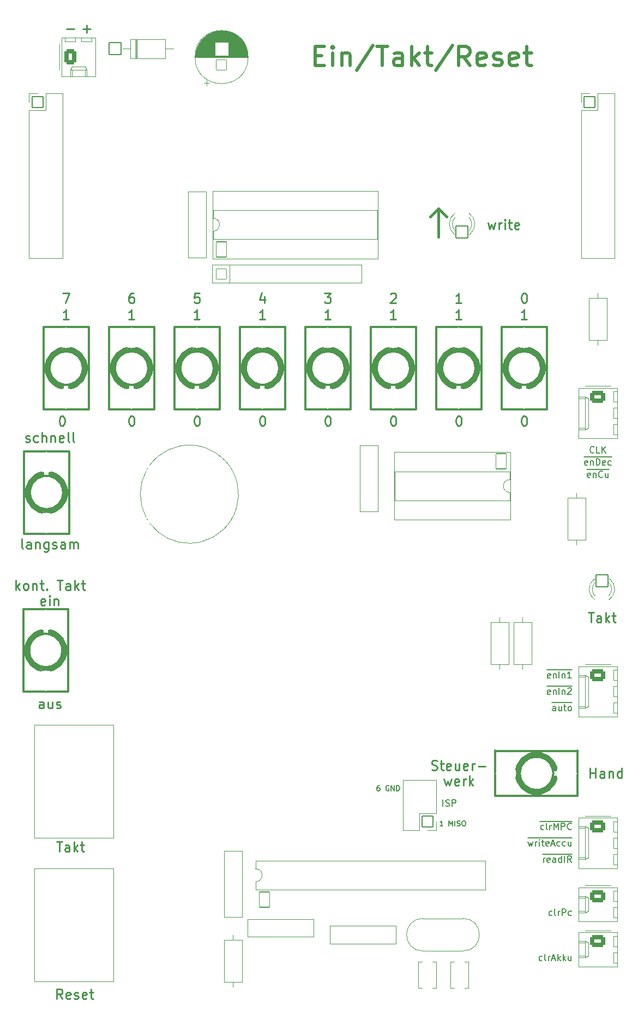
<source format=gto>
G04 #@! TF.GenerationSoftware,KiCad,Pcbnew,7.0.5*
G04 #@! TF.CreationDate,2023-06-10T14:41:30+02:00*
G04 #@! TF.ProjectId,EinTaktReset,45696e54-616b-4745-9265-7365742e6b69,rev?*
G04 #@! TF.SameCoordinates,Original*
G04 #@! TF.FileFunction,Legend,Top*
G04 #@! TF.FilePolarity,Positive*
%FSLAX46Y46*%
G04 Gerber Fmt 4.6, Leading zero omitted, Abs format (unit mm)*
G04 Created by KiCad (PCBNEW 7.0.5) date 2023-06-10 14:41:30*
%MOMM*%
%LPD*%
G01*
G04 APERTURE LIST*
G04 Aperture macros list*
%AMRoundRect*
0 Rectangle with rounded corners*
0 $1 Rounding radius*
0 $2 $3 $4 $5 $6 $7 $8 $9 X,Y pos of 4 corners*
0 Add a 4 corners polygon primitive as box body*
4,1,4,$2,$3,$4,$5,$6,$7,$8,$9,$2,$3,0*
0 Add four circle primitives for the rounded corners*
1,1,$1+$1,$2,$3*
1,1,$1+$1,$4,$5*
1,1,$1+$1,$6,$7*
1,1,$1+$1,$8,$9*
0 Add four rect primitives between the rounded corners*
20,1,$1+$1,$2,$3,$4,$5,0*
20,1,$1+$1,$4,$5,$6,$7,0*
20,1,$1+$1,$6,$7,$8,$9,0*
20,1,$1+$1,$8,$9,$2,$3,0*%
G04 Aperture macros list end*
%ADD10C,0.150000*%
%ADD11C,0.400000*%
%ADD12C,0.170000*%
%ADD13C,0.250000*%
%ADD14C,0.500000*%
%ADD15C,0.120000*%
%ADD16C,0.378460*%
%ADD17C,2.997200*%
%ADD18RoundRect,0.080000X0.800000X-1.200000X0.800000X1.200000X-0.800000X1.200000X-0.800000X-1.200000X0*%
%ADD19O,1.760000X2.560000*%
%ADD20RoundRect,0.080000X-0.800000X-0.800000X0.800000X-0.800000X0.800000X0.800000X-0.800000X0.800000X0*%
%ADD21O,1.760000X1.760000*%
%ADD22C,1.760000*%
%ADD23RoundRect,0.080000X0.900000X-0.900000X0.900000X0.900000X-0.900000X0.900000X-0.900000X-0.900000X0*%
%ADD24C,1.960000*%
%ADD25RoundRect,0.080000X-0.900000X0.900000X-0.900000X-0.900000X0.900000X-0.900000X0.900000X0.900000X0*%
%ADD26C,3.157200*%
%ADD27RoundRect,0.080000X-0.850000X-0.850000X0.850000X-0.850000X0.850000X0.850000X-0.850000X0.850000X0*%
%ADD28O,1.860000X1.860000*%
%ADD29RoundRect,0.080000X0.800000X-0.800000X0.800000X0.800000X-0.800000X0.800000X-0.800000X-0.800000X0*%
%ADD30RoundRect,0.329999X-0.620001X-0.845001X0.620001X-0.845001X0.620001X0.845001X-0.620001X0.845001X0*%
%ADD31O,1.900000X2.350000*%
%ADD32RoundRect,0.329999X-0.845001X0.620001X-0.845001X-0.620001X0.845001X-0.620001X0.845001X0.620001X0*%
%ADD33O,2.350000X1.900000*%
%ADD34C,2.160000*%
%ADD35C,1.260000*%
%ADD36C,3.660000*%
%ADD37RoundRect,0.080000X-0.800000X1.200000X-0.800000X-1.200000X0.800000X-1.200000X0.800000X1.200000X0*%
%ADD38RoundRect,0.080000X-0.900000X-0.900000X0.900000X-0.900000X0.900000X0.900000X-0.900000X0.900000X0*%
%ADD39O,1.960000X1.960000*%
%ADD40RoundRect,0.080000X0.850000X0.850000X-0.850000X0.850000X-0.850000X-0.850000X0.850000X-0.850000X0*%
%ADD41C,1.660000*%
%ADD42C,2.500000*%
G04 APERTURE END LIST*
D10*
X108023207Y-148484295D02*
X107566064Y-148484295D01*
X107794636Y-148484295D02*
X107794636Y-147684295D01*
X107794636Y-147684295D02*
X107718445Y-147798580D01*
X107718445Y-147798580D02*
X107642255Y-147874771D01*
X107642255Y-147874771D02*
X107566064Y-147912866D01*
X108975589Y-148484295D02*
X108975589Y-147684295D01*
X108975589Y-147684295D02*
X109242255Y-148255723D01*
X109242255Y-148255723D02*
X109508922Y-147684295D01*
X109508922Y-147684295D02*
X109508922Y-148484295D01*
X109889875Y-148484295D02*
X109889875Y-147684295D01*
X110232731Y-148446200D02*
X110347017Y-148484295D01*
X110347017Y-148484295D02*
X110537493Y-148484295D01*
X110537493Y-148484295D02*
X110613684Y-148446200D01*
X110613684Y-148446200D02*
X110651779Y-148408104D01*
X110651779Y-148408104D02*
X110689874Y-148331914D01*
X110689874Y-148331914D02*
X110689874Y-148255723D01*
X110689874Y-148255723D02*
X110651779Y-148179533D01*
X110651779Y-148179533D02*
X110613684Y-148141438D01*
X110613684Y-148141438D02*
X110537493Y-148103342D01*
X110537493Y-148103342D02*
X110385112Y-148065247D01*
X110385112Y-148065247D02*
X110308922Y-148027152D01*
X110308922Y-148027152D02*
X110270827Y-147989057D01*
X110270827Y-147989057D02*
X110232731Y-147912866D01*
X110232731Y-147912866D02*
X110232731Y-147836676D01*
X110232731Y-147836676D02*
X110270827Y-147760485D01*
X110270827Y-147760485D02*
X110308922Y-147722390D01*
X110308922Y-147722390D02*
X110385112Y-147684295D01*
X110385112Y-147684295D02*
X110575589Y-147684295D01*
X110575589Y-147684295D02*
X110689874Y-147722390D01*
X111185113Y-147684295D02*
X111337494Y-147684295D01*
X111337494Y-147684295D02*
X111413684Y-147722390D01*
X111413684Y-147722390D02*
X111489875Y-147798580D01*
X111489875Y-147798580D02*
X111527970Y-147950961D01*
X111527970Y-147950961D02*
X111527970Y-148217628D01*
X111527970Y-148217628D02*
X111489875Y-148370009D01*
X111489875Y-148370009D02*
X111413684Y-148446200D01*
X111413684Y-148446200D02*
X111337494Y-148484295D01*
X111337494Y-148484295D02*
X111185113Y-148484295D01*
X111185113Y-148484295D02*
X111108922Y-148446200D01*
X111108922Y-148446200D02*
X111032732Y-148370009D01*
X111032732Y-148370009D02*
X110994636Y-148217628D01*
X110994636Y-148217628D02*
X110994636Y-147950961D01*
X110994636Y-147950961D02*
X111032732Y-147798580D01*
X111032732Y-147798580D02*
X111108922Y-147722390D01*
X111108922Y-147722390D02*
X111185113Y-147684295D01*
X98168017Y-142223295D02*
X98015636Y-142223295D01*
X98015636Y-142223295D02*
X97939445Y-142261390D01*
X97939445Y-142261390D02*
X97901350Y-142299485D01*
X97901350Y-142299485D02*
X97825160Y-142413771D01*
X97825160Y-142413771D02*
X97787064Y-142566152D01*
X97787064Y-142566152D02*
X97787064Y-142870914D01*
X97787064Y-142870914D02*
X97825160Y-142947104D01*
X97825160Y-142947104D02*
X97863255Y-142985200D01*
X97863255Y-142985200D02*
X97939445Y-143023295D01*
X97939445Y-143023295D02*
X98091826Y-143023295D01*
X98091826Y-143023295D02*
X98168017Y-142985200D01*
X98168017Y-142985200D02*
X98206112Y-142947104D01*
X98206112Y-142947104D02*
X98244207Y-142870914D01*
X98244207Y-142870914D02*
X98244207Y-142680438D01*
X98244207Y-142680438D02*
X98206112Y-142604247D01*
X98206112Y-142604247D02*
X98168017Y-142566152D01*
X98168017Y-142566152D02*
X98091826Y-142528057D01*
X98091826Y-142528057D02*
X97939445Y-142528057D01*
X97939445Y-142528057D02*
X97863255Y-142566152D01*
X97863255Y-142566152D02*
X97825160Y-142604247D01*
X97825160Y-142604247D02*
X97787064Y-142680438D01*
X99615636Y-142261390D02*
X99539446Y-142223295D01*
X99539446Y-142223295D02*
X99425160Y-142223295D01*
X99425160Y-142223295D02*
X99310874Y-142261390D01*
X99310874Y-142261390D02*
X99234684Y-142337580D01*
X99234684Y-142337580D02*
X99196589Y-142413771D01*
X99196589Y-142413771D02*
X99158493Y-142566152D01*
X99158493Y-142566152D02*
X99158493Y-142680438D01*
X99158493Y-142680438D02*
X99196589Y-142832819D01*
X99196589Y-142832819D02*
X99234684Y-142909009D01*
X99234684Y-142909009D02*
X99310874Y-142985200D01*
X99310874Y-142985200D02*
X99425160Y-143023295D01*
X99425160Y-143023295D02*
X99501351Y-143023295D01*
X99501351Y-143023295D02*
X99615636Y-142985200D01*
X99615636Y-142985200D02*
X99653732Y-142947104D01*
X99653732Y-142947104D02*
X99653732Y-142680438D01*
X99653732Y-142680438D02*
X99501351Y-142680438D01*
X99996589Y-143023295D02*
X99996589Y-142223295D01*
X99996589Y-142223295D02*
X100453732Y-143023295D01*
X100453732Y-143023295D02*
X100453732Y-142223295D01*
X100834684Y-143023295D02*
X100834684Y-142223295D01*
X100834684Y-142223295D02*
X101025160Y-142223295D01*
X101025160Y-142223295D02*
X101139446Y-142261390D01*
X101139446Y-142261390D02*
X101215636Y-142337580D01*
X101215636Y-142337580D02*
X101253731Y-142413771D01*
X101253731Y-142413771D02*
X101291827Y-142566152D01*
X101291827Y-142566152D02*
X101291827Y-142680438D01*
X101291827Y-142680438D02*
X101253731Y-142832819D01*
X101253731Y-142832819D02*
X101215636Y-142909009D01*
X101215636Y-142909009D02*
X101139446Y-142985200D01*
X101139446Y-142985200D02*
X101025160Y-143023295D01*
X101025160Y-143023295D02*
X100834684Y-143023295D01*
X108032779Y-145411819D02*
X108032779Y-144411819D01*
X108461350Y-145364200D02*
X108604207Y-145411819D01*
X108604207Y-145411819D02*
X108842302Y-145411819D01*
X108842302Y-145411819D02*
X108937540Y-145364200D01*
X108937540Y-145364200D02*
X108985159Y-145316580D01*
X108985159Y-145316580D02*
X109032778Y-145221342D01*
X109032778Y-145221342D02*
X109032778Y-145126104D01*
X109032778Y-145126104D02*
X108985159Y-145030866D01*
X108985159Y-145030866D02*
X108937540Y-144983247D01*
X108937540Y-144983247D02*
X108842302Y-144935628D01*
X108842302Y-144935628D02*
X108651826Y-144888009D01*
X108651826Y-144888009D02*
X108556588Y-144840390D01*
X108556588Y-144840390D02*
X108508969Y-144792771D01*
X108508969Y-144792771D02*
X108461350Y-144697533D01*
X108461350Y-144697533D02*
X108461350Y-144602295D01*
X108461350Y-144602295D02*
X108508969Y-144507057D01*
X108508969Y-144507057D02*
X108556588Y-144459438D01*
X108556588Y-144459438D02*
X108651826Y-144411819D01*
X108651826Y-144411819D02*
X108889921Y-144411819D01*
X108889921Y-144411819D02*
X109032778Y-144459438D01*
X109461350Y-145411819D02*
X109461350Y-144411819D01*
X109461350Y-144411819D02*
X109842302Y-144411819D01*
X109842302Y-144411819D02*
X109937540Y-144459438D01*
X109937540Y-144459438D02*
X109985159Y-144507057D01*
X109985159Y-144507057D02*
X110032778Y-144602295D01*
X110032778Y-144602295D02*
X110032778Y-144745152D01*
X110032778Y-144745152D02*
X109985159Y-144840390D01*
X109985159Y-144840390D02*
X109937540Y-144888009D01*
X109937540Y-144888009D02*
X109842302Y-144935628D01*
X109842302Y-144935628D02*
X109461350Y-144935628D01*
D11*
X108585000Y-53975000D02*
X107315000Y-52705000D01*
X107315000Y-57150000D02*
X107315000Y-52705000D01*
X107315000Y-52705000D02*
X106045000Y-53975000D01*
D12*
X124967680Y-162331160D02*
X124872442Y-162378779D01*
X124872442Y-162378779D02*
X124681966Y-162378779D01*
X124681966Y-162378779D02*
X124586728Y-162331160D01*
X124586728Y-162331160D02*
X124539109Y-162283540D01*
X124539109Y-162283540D02*
X124491490Y-162188302D01*
X124491490Y-162188302D02*
X124491490Y-161902588D01*
X124491490Y-161902588D02*
X124539109Y-161807350D01*
X124539109Y-161807350D02*
X124586728Y-161759731D01*
X124586728Y-161759731D02*
X124681966Y-161712112D01*
X124681966Y-161712112D02*
X124872442Y-161712112D01*
X124872442Y-161712112D02*
X124967680Y-161759731D01*
X125539109Y-162378779D02*
X125443871Y-162331160D01*
X125443871Y-162331160D02*
X125396252Y-162235921D01*
X125396252Y-162235921D02*
X125396252Y-161378779D01*
X125920062Y-162378779D02*
X125920062Y-161712112D01*
X125920062Y-161902588D02*
X125967681Y-161807350D01*
X125967681Y-161807350D02*
X126015300Y-161759731D01*
X126015300Y-161759731D02*
X126110538Y-161712112D01*
X126110538Y-161712112D02*
X126205776Y-161712112D01*
X126539110Y-162378779D02*
X126539110Y-161378779D01*
X126539110Y-161378779D02*
X126920062Y-161378779D01*
X126920062Y-161378779D02*
X127015300Y-161426398D01*
X127015300Y-161426398D02*
X127062919Y-161474017D01*
X127062919Y-161474017D02*
X127110538Y-161569255D01*
X127110538Y-161569255D02*
X127110538Y-161712112D01*
X127110538Y-161712112D02*
X127062919Y-161807350D01*
X127062919Y-161807350D02*
X127015300Y-161854969D01*
X127015300Y-161854969D02*
X126920062Y-161902588D01*
X126920062Y-161902588D02*
X126539110Y-161902588D01*
X127967681Y-162331160D02*
X127872443Y-162378779D01*
X127872443Y-162378779D02*
X127681967Y-162378779D01*
X127681967Y-162378779D02*
X127586729Y-162331160D01*
X127586729Y-162331160D02*
X127539110Y-162283540D01*
X127539110Y-162283540D02*
X127491491Y-162188302D01*
X127491491Y-162188302D02*
X127491491Y-161902588D01*
X127491491Y-161902588D02*
X127539110Y-161807350D01*
X127539110Y-161807350D02*
X127586729Y-161759731D01*
X127586729Y-161759731D02*
X127681967Y-161712112D01*
X127681967Y-161712112D02*
X127872443Y-161712112D01*
X127872443Y-161712112D02*
X127967681Y-161759731D01*
D13*
X130885713Y-141015928D02*
X130885713Y-139515928D01*
X130885713Y-140230214D02*
X131742856Y-140230214D01*
X131742856Y-141015928D02*
X131742856Y-139515928D01*
X133100000Y-141015928D02*
X133100000Y-140230214D01*
X133100000Y-140230214D02*
X133028571Y-140087357D01*
X133028571Y-140087357D02*
X132885714Y-140015928D01*
X132885714Y-140015928D02*
X132600000Y-140015928D01*
X132600000Y-140015928D02*
X132457142Y-140087357D01*
X133100000Y-140944500D02*
X132957142Y-141015928D01*
X132957142Y-141015928D02*
X132600000Y-141015928D01*
X132600000Y-141015928D02*
X132457142Y-140944500D01*
X132457142Y-140944500D02*
X132385714Y-140801642D01*
X132385714Y-140801642D02*
X132385714Y-140658785D01*
X132385714Y-140658785D02*
X132457142Y-140515928D01*
X132457142Y-140515928D02*
X132600000Y-140444500D01*
X132600000Y-140444500D02*
X132957142Y-140444500D01*
X132957142Y-140444500D02*
X133100000Y-140373071D01*
X133814285Y-140015928D02*
X133814285Y-141015928D01*
X133814285Y-140158785D02*
X133885714Y-140087357D01*
X133885714Y-140087357D02*
X134028571Y-140015928D01*
X134028571Y-140015928D02*
X134242857Y-140015928D01*
X134242857Y-140015928D02*
X134385714Y-140087357D01*
X134385714Y-140087357D02*
X134457143Y-140230214D01*
X134457143Y-140230214D02*
X134457143Y-141015928D01*
X135814286Y-141015928D02*
X135814286Y-139515928D01*
X135814286Y-140944500D02*
X135671428Y-141015928D01*
X135671428Y-141015928D02*
X135385714Y-141015928D01*
X135385714Y-141015928D02*
X135242857Y-140944500D01*
X135242857Y-140944500D02*
X135171428Y-140873071D01*
X135171428Y-140873071D02*
X135100000Y-140730214D01*
X135100000Y-140730214D02*
X135100000Y-140301642D01*
X135100000Y-140301642D02*
X135171428Y-140158785D01*
X135171428Y-140158785D02*
X135242857Y-140087357D01*
X135242857Y-140087357D02*
X135385714Y-140015928D01*
X135385714Y-140015928D02*
X135671428Y-140015928D01*
X135671428Y-140015928D02*
X135814286Y-140087357D01*
X106275715Y-139737000D02*
X106490001Y-139808428D01*
X106490001Y-139808428D02*
X106847143Y-139808428D01*
X106847143Y-139808428D02*
X106990001Y-139737000D01*
X106990001Y-139737000D02*
X107061429Y-139665571D01*
X107061429Y-139665571D02*
X107132858Y-139522714D01*
X107132858Y-139522714D02*
X107132858Y-139379857D01*
X107132858Y-139379857D02*
X107061429Y-139237000D01*
X107061429Y-139237000D02*
X106990001Y-139165571D01*
X106990001Y-139165571D02*
X106847143Y-139094142D01*
X106847143Y-139094142D02*
X106561429Y-139022714D01*
X106561429Y-139022714D02*
X106418572Y-138951285D01*
X106418572Y-138951285D02*
X106347143Y-138879857D01*
X106347143Y-138879857D02*
X106275715Y-138737000D01*
X106275715Y-138737000D02*
X106275715Y-138594142D01*
X106275715Y-138594142D02*
X106347143Y-138451285D01*
X106347143Y-138451285D02*
X106418572Y-138379857D01*
X106418572Y-138379857D02*
X106561429Y-138308428D01*
X106561429Y-138308428D02*
X106918572Y-138308428D01*
X106918572Y-138308428D02*
X107132858Y-138379857D01*
X107561429Y-138808428D02*
X108132857Y-138808428D01*
X107775714Y-138308428D02*
X107775714Y-139594142D01*
X107775714Y-139594142D02*
X107847143Y-139737000D01*
X107847143Y-139737000D02*
X107990000Y-139808428D01*
X107990000Y-139808428D02*
X108132857Y-139808428D01*
X109204286Y-139737000D02*
X109061429Y-139808428D01*
X109061429Y-139808428D02*
X108775715Y-139808428D01*
X108775715Y-139808428D02*
X108632857Y-139737000D01*
X108632857Y-139737000D02*
X108561429Y-139594142D01*
X108561429Y-139594142D02*
X108561429Y-139022714D01*
X108561429Y-139022714D02*
X108632857Y-138879857D01*
X108632857Y-138879857D02*
X108775715Y-138808428D01*
X108775715Y-138808428D02*
X109061429Y-138808428D01*
X109061429Y-138808428D02*
X109204286Y-138879857D01*
X109204286Y-138879857D02*
X109275715Y-139022714D01*
X109275715Y-139022714D02*
X109275715Y-139165571D01*
X109275715Y-139165571D02*
X108561429Y-139308428D01*
X110561429Y-138808428D02*
X110561429Y-139808428D01*
X109918571Y-138808428D02*
X109918571Y-139594142D01*
X109918571Y-139594142D02*
X109990000Y-139737000D01*
X109990000Y-139737000D02*
X110132857Y-139808428D01*
X110132857Y-139808428D02*
X110347143Y-139808428D01*
X110347143Y-139808428D02*
X110490000Y-139737000D01*
X110490000Y-139737000D02*
X110561429Y-139665571D01*
X111847143Y-139737000D02*
X111704286Y-139808428D01*
X111704286Y-139808428D02*
X111418572Y-139808428D01*
X111418572Y-139808428D02*
X111275714Y-139737000D01*
X111275714Y-139737000D02*
X111204286Y-139594142D01*
X111204286Y-139594142D02*
X111204286Y-139022714D01*
X111204286Y-139022714D02*
X111275714Y-138879857D01*
X111275714Y-138879857D02*
X111418572Y-138808428D01*
X111418572Y-138808428D02*
X111704286Y-138808428D01*
X111704286Y-138808428D02*
X111847143Y-138879857D01*
X111847143Y-138879857D02*
X111918572Y-139022714D01*
X111918572Y-139022714D02*
X111918572Y-139165571D01*
X111918572Y-139165571D02*
X111204286Y-139308428D01*
X112561428Y-139808428D02*
X112561428Y-138808428D01*
X112561428Y-139094142D02*
X112632857Y-138951285D01*
X112632857Y-138951285D02*
X112704286Y-138879857D01*
X112704286Y-138879857D02*
X112847143Y-138808428D01*
X112847143Y-138808428D02*
X112990000Y-138808428D01*
X113489999Y-139237000D02*
X114632857Y-139237000D01*
X108204285Y-141223428D02*
X108490000Y-142223428D01*
X108490000Y-142223428D02*
X108775714Y-141509142D01*
X108775714Y-141509142D02*
X109061428Y-142223428D01*
X109061428Y-142223428D02*
X109347142Y-141223428D01*
X110490000Y-142152000D02*
X110347143Y-142223428D01*
X110347143Y-142223428D02*
X110061429Y-142223428D01*
X110061429Y-142223428D02*
X109918571Y-142152000D01*
X109918571Y-142152000D02*
X109847143Y-142009142D01*
X109847143Y-142009142D02*
X109847143Y-141437714D01*
X109847143Y-141437714D02*
X109918571Y-141294857D01*
X109918571Y-141294857D02*
X110061429Y-141223428D01*
X110061429Y-141223428D02*
X110347143Y-141223428D01*
X110347143Y-141223428D02*
X110490000Y-141294857D01*
X110490000Y-141294857D02*
X110561429Y-141437714D01*
X110561429Y-141437714D02*
X110561429Y-141580571D01*
X110561429Y-141580571D02*
X109847143Y-141723428D01*
X111204285Y-142223428D02*
X111204285Y-141223428D01*
X111204285Y-141509142D02*
X111275714Y-141366285D01*
X111275714Y-141366285D02*
X111347143Y-141294857D01*
X111347143Y-141294857D02*
X111490000Y-141223428D01*
X111490000Y-141223428D02*
X111632857Y-141223428D01*
X112132856Y-142223428D02*
X112132856Y-140723428D01*
X112275714Y-141652000D02*
X112704285Y-142223428D01*
X112704285Y-141223428D02*
X112132856Y-141794857D01*
D12*
X124681967Y-125501160D02*
X124586729Y-125548779D01*
X124586729Y-125548779D02*
X124396253Y-125548779D01*
X124396253Y-125548779D02*
X124301015Y-125501160D01*
X124301015Y-125501160D02*
X124253396Y-125405921D01*
X124253396Y-125405921D02*
X124253396Y-125024969D01*
X124253396Y-125024969D02*
X124301015Y-124929731D01*
X124301015Y-124929731D02*
X124396253Y-124882112D01*
X124396253Y-124882112D02*
X124586729Y-124882112D01*
X124586729Y-124882112D02*
X124681967Y-124929731D01*
X124681967Y-124929731D02*
X124729586Y-125024969D01*
X124729586Y-125024969D02*
X124729586Y-125120207D01*
X124729586Y-125120207D02*
X124253396Y-125215445D01*
X125158158Y-124882112D02*
X125158158Y-125548779D01*
X125158158Y-124977350D02*
X125205777Y-124929731D01*
X125205777Y-124929731D02*
X125301015Y-124882112D01*
X125301015Y-124882112D02*
X125443872Y-124882112D01*
X125443872Y-124882112D02*
X125539110Y-124929731D01*
X125539110Y-124929731D02*
X125586729Y-125024969D01*
X125586729Y-125024969D02*
X125586729Y-125548779D01*
X126062920Y-125548779D02*
X126062920Y-124548779D01*
X126539110Y-124882112D02*
X126539110Y-125548779D01*
X126539110Y-124977350D02*
X126586729Y-124929731D01*
X126586729Y-124929731D02*
X126681967Y-124882112D01*
X126681967Y-124882112D02*
X126824824Y-124882112D01*
X126824824Y-124882112D02*
X126920062Y-124929731D01*
X126920062Y-124929731D02*
X126967681Y-125024969D01*
X126967681Y-125024969D02*
X126967681Y-125548779D01*
X127967681Y-125548779D02*
X127396253Y-125548779D01*
X127681967Y-125548779D02*
X127681967Y-124548779D01*
X127681967Y-124548779D02*
X127586729Y-124691636D01*
X127586729Y-124691636D02*
X127491491Y-124786874D01*
X127491491Y-124786874D02*
X127396253Y-124834493D01*
X124162920Y-124271160D02*
X128058158Y-124271160D01*
D13*
X130572143Y-115385928D02*
X131429286Y-115385928D01*
X131000714Y-116885928D02*
X131000714Y-115385928D01*
X132572143Y-116885928D02*
X132572143Y-116100214D01*
X132572143Y-116100214D02*
X132500714Y-115957357D01*
X132500714Y-115957357D02*
X132357857Y-115885928D01*
X132357857Y-115885928D02*
X132072143Y-115885928D01*
X132072143Y-115885928D02*
X131929285Y-115957357D01*
X132572143Y-116814500D02*
X132429285Y-116885928D01*
X132429285Y-116885928D02*
X132072143Y-116885928D01*
X132072143Y-116885928D02*
X131929285Y-116814500D01*
X131929285Y-116814500D02*
X131857857Y-116671642D01*
X131857857Y-116671642D02*
X131857857Y-116528785D01*
X131857857Y-116528785D02*
X131929285Y-116385928D01*
X131929285Y-116385928D02*
X132072143Y-116314500D01*
X132072143Y-116314500D02*
X132429285Y-116314500D01*
X132429285Y-116314500D02*
X132572143Y-116243071D01*
X133286428Y-116885928D02*
X133286428Y-115385928D01*
X133429286Y-116314500D02*
X133857857Y-116885928D01*
X133857857Y-115885928D02*
X133286428Y-116457357D01*
X134286429Y-115885928D02*
X134857857Y-115885928D01*
X134500714Y-115385928D02*
X134500714Y-116671642D01*
X134500714Y-116671642D02*
X134572143Y-116814500D01*
X134572143Y-116814500D02*
X134715000Y-116885928D01*
X134715000Y-116885928D02*
X134857857Y-116885928D01*
X49593571Y-24874500D02*
X50736429Y-24874500D01*
D12*
X131484761Y-90528540D02*
X131437142Y-90576160D01*
X131437142Y-90576160D02*
X131294285Y-90623779D01*
X131294285Y-90623779D02*
X131199047Y-90623779D01*
X131199047Y-90623779D02*
X131056190Y-90576160D01*
X131056190Y-90576160D02*
X130960952Y-90480921D01*
X130960952Y-90480921D02*
X130913333Y-90385683D01*
X130913333Y-90385683D02*
X130865714Y-90195207D01*
X130865714Y-90195207D02*
X130865714Y-90052350D01*
X130865714Y-90052350D02*
X130913333Y-89861874D01*
X130913333Y-89861874D02*
X130960952Y-89766636D01*
X130960952Y-89766636D02*
X131056190Y-89671398D01*
X131056190Y-89671398D02*
X131199047Y-89623779D01*
X131199047Y-89623779D02*
X131294285Y-89623779D01*
X131294285Y-89623779D02*
X131437142Y-89671398D01*
X131437142Y-89671398D02*
X131484761Y-89719017D01*
X132389523Y-90623779D02*
X131913333Y-90623779D01*
X131913333Y-90623779D02*
X131913333Y-89623779D01*
X132722857Y-90623779D02*
X132722857Y-89623779D01*
X133294285Y-90623779D02*
X132865714Y-90052350D01*
X133294285Y-89623779D02*
X132722857Y-90195207D01*
X130460952Y-92481160D02*
X130365714Y-92528779D01*
X130365714Y-92528779D02*
X130175238Y-92528779D01*
X130175238Y-92528779D02*
X130080000Y-92481160D01*
X130080000Y-92481160D02*
X130032381Y-92385921D01*
X130032381Y-92385921D02*
X130032381Y-92004969D01*
X130032381Y-92004969D02*
X130080000Y-91909731D01*
X130080000Y-91909731D02*
X130175238Y-91862112D01*
X130175238Y-91862112D02*
X130365714Y-91862112D01*
X130365714Y-91862112D02*
X130460952Y-91909731D01*
X130460952Y-91909731D02*
X130508571Y-92004969D01*
X130508571Y-92004969D02*
X130508571Y-92100207D01*
X130508571Y-92100207D02*
X130032381Y-92195445D01*
X130937143Y-91862112D02*
X130937143Y-92528779D01*
X130937143Y-91957350D02*
X130984762Y-91909731D01*
X130984762Y-91909731D02*
X131080000Y-91862112D01*
X131080000Y-91862112D02*
X131222857Y-91862112D01*
X131222857Y-91862112D02*
X131318095Y-91909731D01*
X131318095Y-91909731D02*
X131365714Y-92004969D01*
X131365714Y-92004969D02*
X131365714Y-92528779D01*
X131841905Y-92528779D02*
X131841905Y-91528779D01*
X131841905Y-91528779D02*
X132080000Y-91528779D01*
X132080000Y-91528779D02*
X132222857Y-91576398D01*
X132222857Y-91576398D02*
X132318095Y-91671636D01*
X132318095Y-91671636D02*
X132365714Y-91766874D01*
X132365714Y-91766874D02*
X132413333Y-91957350D01*
X132413333Y-91957350D02*
X132413333Y-92100207D01*
X132413333Y-92100207D02*
X132365714Y-92290683D01*
X132365714Y-92290683D02*
X132318095Y-92385921D01*
X132318095Y-92385921D02*
X132222857Y-92481160D01*
X132222857Y-92481160D02*
X132080000Y-92528779D01*
X132080000Y-92528779D02*
X131841905Y-92528779D01*
X133222857Y-92481160D02*
X133127619Y-92528779D01*
X133127619Y-92528779D02*
X132937143Y-92528779D01*
X132937143Y-92528779D02*
X132841905Y-92481160D01*
X132841905Y-92481160D02*
X132794286Y-92385921D01*
X132794286Y-92385921D02*
X132794286Y-92004969D01*
X132794286Y-92004969D02*
X132841905Y-91909731D01*
X132841905Y-91909731D02*
X132937143Y-91862112D01*
X132937143Y-91862112D02*
X133127619Y-91862112D01*
X133127619Y-91862112D02*
X133222857Y-91909731D01*
X133222857Y-91909731D02*
X133270476Y-92004969D01*
X133270476Y-92004969D02*
X133270476Y-92100207D01*
X133270476Y-92100207D02*
X132794286Y-92195445D01*
X134127619Y-92481160D02*
X134032381Y-92528779D01*
X134032381Y-92528779D02*
X133841905Y-92528779D01*
X133841905Y-92528779D02*
X133746667Y-92481160D01*
X133746667Y-92481160D02*
X133699048Y-92433540D01*
X133699048Y-92433540D02*
X133651429Y-92338302D01*
X133651429Y-92338302D02*
X133651429Y-92052588D01*
X133651429Y-92052588D02*
X133699048Y-91957350D01*
X133699048Y-91957350D02*
X133746667Y-91909731D01*
X133746667Y-91909731D02*
X133841905Y-91862112D01*
X133841905Y-91862112D02*
X134032381Y-91862112D01*
X134032381Y-91862112D02*
X134127619Y-91909731D01*
X129941905Y-91251160D02*
X134218096Y-91251160D01*
X130865714Y-94386160D02*
X130770476Y-94433779D01*
X130770476Y-94433779D02*
X130580000Y-94433779D01*
X130580000Y-94433779D02*
X130484762Y-94386160D01*
X130484762Y-94386160D02*
X130437143Y-94290921D01*
X130437143Y-94290921D02*
X130437143Y-93909969D01*
X130437143Y-93909969D02*
X130484762Y-93814731D01*
X130484762Y-93814731D02*
X130580000Y-93767112D01*
X130580000Y-93767112D02*
X130770476Y-93767112D01*
X130770476Y-93767112D02*
X130865714Y-93814731D01*
X130865714Y-93814731D02*
X130913333Y-93909969D01*
X130913333Y-93909969D02*
X130913333Y-94005207D01*
X130913333Y-94005207D02*
X130437143Y-94100445D01*
X131341905Y-93767112D02*
X131341905Y-94433779D01*
X131341905Y-93862350D02*
X131389524Y-93814731D01*
X131389524Y-93814731D02*
X131484762Y-93767112D01*
X131484762Y-93767112D02*
X131627619Y-93767112D01*
X131627619Y-93767112D02*
X131722857Y-93814731D01*
X131722857Y-93814731D02*
X131770476Y-93909969D01*
X131770476Y-93909969D02*
X131770476Y-94433779D01*
X132818095Y-94338540D02*
X132770476Y-94386160D01*
X132770476Y-94386160D02*
X132627619Y-94433779D01*
X132627619Y-94433779D02*
X132532381Y-94433779D01*
X132532381Y-94433779D02*
X132389524Y-94386160D01*
X132389524Y-94386160D02*
X132294286Y-94290921D01*
X132294286Y-94290921D02*
X132246667Y-94195683D01*
X132246667Y-94195683D02*
X132199048Y-94005207D01*
X132199048Y-94005207D02*
X132199048Y-93862350D01*
X132199048Y-93862350D02*
X132246667Y-93671874D01*
X132246667Y-93671874D02*
X132294286Y-93576636D01*
X132294286Y-93576636D02*
X132389524Y-93481398D01*
X132389524Y-93481398D02*
X132532381Y-93433779D01*
X132532381Y-93433779D02*
X132627619Y-93433779D01*
X132627619Y-93433779D02*
X132770476Y-93481398D01*
X132770476Y-93481398D02*
X132818095Y-93529017D01*
X133675238Y-93767112D02*
X133675238Y-94433779D01*
X133246667Y-93767112D02*
X133246667Y-94290921D01*
X133246667Y-94290921D02*
X133294286Y-94386160D01*
X133294286Y-94386160D02*
X133389524Y-94433779D01*
X133389524Y-94433779D02*
X133532381Y-94433779D01*
X133532381Y-94433779D02*
X133627619Y-94386160D01*
X133627619Y-94386160D02*
X133675238Y-94338540D01*
X130346667Y-93156160D02*
X133813334Y-93156160D01*
X123681966Y-148996160D02*
X123586728Y-149043779D01*
X123586728Y-149043779D02*
X123396252Y-149043779D01*
X123396252Y-149043779D02*
X123301014Y-148996160D01*
X123301014Y-148996160D02*
X123253395Y-148948540D01*
X123253395Y-148948540D02*
X123205776Y-148853302D01*
X123205776Y-148853302D02*
X123205776Y-148567588D01*
X123205776Y-148567588D02*
X123253395Y-148472350D01*
X123253395Y-148472350D02*
X123301014Y-148424731D01*
X123301014Y-148424731D02*
X123396252Y-148377112D01*
X123396252Y-148377112D02*
X123586728Y-148377112D01*
X123586728Y-148377112D02*
X123681966Y-148424731D01*
X124253395Y-149043779D02*
X124158157Y-148996160D01*
X124158157Y-148996160D02*
X124110538Y-148900921D01*
X124110538Y-148900921D02*
X124110538Y-148043779D01*
X124634348Y-149043779D02*
X124634348Y-148377112D01*
X124634348Y-148567588D02*
X124681967Y-148472350D01*
X124681967Y-148472350D02*
X124729586Y-148424731D01*
X124729586Y-148424731D02*
X124824824Y-148377112D01*
X124824824Y-148377112D02*
X124920062Y-148377112D01*
X125253396Y-149043779D02*
X125253396Y-148043779D01*
X125253396Y-148043779D02*
X125586729Y-148758064D01*
X125586729Y-148758064D02*
X125920062Y-148043779D01*
X125920062Y-148043779D02*
X125920062Y-149043779D01*
X126396253Y-149043779D02*
X126396253Y-148043779D01*
X126396253Y-148043779D02*
X126777205Y-148043779D01*
X126777205Y-148043779D02*
X126872443Y-148091398D01*
X126872443Y-148091398D02*
X126920062Y-148139017D01*
X126920062Y-148139017D02*
X126967681Y-148234255D01*
X126967681Y-148234255D02*
X126967681Y-148377112D01*
X126967681Y-148377112D02*
X126920062Y-148472350D01*
X126920062Y-148472350D02*
X126872443Y-148519969D01*
X126872443Y-148519969D02*
X126777205Y-148567588D01*
X126777205Y-148567588D02*
X126396253Y-148567588D01*
X127967681Y-148948540D02*
X127920062Y-148996160D01*
X127920062Y-148996160D02*
X127777205Y-149043779D01*
X127777205Y-149043779D02*
X127681967Y-149043779D01*
X127681967Y-149043779D02*
X127539110Y-148996160D01*
X127539110Y-148996160D02*
X127443872Y-148900921D01*
X127443872Y-148900921D02*
X127396253Y-148805683D01*
X127396253Y-148805683D02*
X127348634Y-148615207D01*
X127348634Y-148615207D02*
X127348634Y-148472350D01*
X127348634Y-148472350D02*
X127396253Y-148281874D01*
X127396253Y-148281874D02*
X127443872Y-148186636D01*
X127443872Y-148186636D02*
X127539110Y-148091398D01*
X127539110Y-148091398D02*
X127681967Y-148043779D01*
X127681967Y-148043779D02*
X127777205Y-148043779D01*
X127777205Y-148043779D02*
X127920062Y-148091398D01*
X127920062Y-148091398D02*
X127967681Y-148139017D01*
X123115300Y-147766160D02*
X128058158Y-147766160D01*
X121253395Y-150917112D02*
X121443871Y-151583779D01*
X121443871Y-151583779D02*
X121634347Y-151107588D01*
X121634347Y-151107588D02*
X121824823Y-151583779D01*
X121824823Y-151583779D02*
X122015299Y-150917112D01*
X122396252Y-151583779D02*
X122396252Y-150917112D01*
X122396252Y-151107588D02*
X122443871Y-151012350D01*
X122443871Y-151012350D02*
X122491490Y-150964731D01*
X122491490Y-150964731D02*
X122586728Y-150917112D01*
X122586728Y-150917112D02*
X122681966Y-150917112D01*
X123015300Y-151583779D02*
X123015300Y-150917112D01*
X123015300Y-150583779D02*
X122967681Y-150631398D01*
X122967681Y-150631398D02*
X123015300Y-150679017D01*
X123015300Y-150679017D02*
X123062919Y-150631398D01*
X123062919Y-150631398D02*
X123015300Y-150583779D01*
X123015300Y-150583779D02*
X123015300Y-150679017D01*
X123348633Y-150917112D02*
X123729585Y-150917112D01*
X123491490Y-150583779D02*
X123491490Y-151440921D01*
X123491490Y-151440921D02*
X123539109Y-151536160D01*
X123539109Y-151536160D02*
X123634347Y-151583779D01*
X123634347Y-151583779D02*
X123729585Y-151583779D01*
X124443871Y-151536160D02*
X124348633Y-151583779D01*
X124348633Y-151583779D02*
X124158157Y-151583779D01*
X124158157Y-151583779D02*
X124062919Y-151536160D01*
X124062919Y-151536160D02*
X124015300Y-151440921D01*
X124015300Y-151440921D02*
X124015300Y-151059969D01*
X124015300Y-151059969D02*
X124062919Y-150964731D01*
X124062919Y-150964731D02*
X124158157Y-150917112D01*
X124158157Y-150917112D02*
X124348633Y-150917112D01*
X124348633Y-150917112D02*
X124443871Y-150964731D01*
X124443871Y-150964731D02*
X124491490Y-151059969D01*
X124491490Y-151059969D02*
X124491490Y-151155207D01*
X124491490Y-151155207D02*
X124015300Y-151250445D01*
X124872443Y-151298064D02*
X125348633Y-151298064D01*
X124777205Y-151583779D02*
X125110538Y-150583779D01*
X125110538Y-150583779D02*
X125443871Y-151583779D01*
X126205776Y-151536160D02*
X126110538Y-151583779D01*
X126110538Y-151583779D02*
X125920062Y-151583779D01*
X125920062Y-151583779D02*
X125824824Y-151536160D01*
X125824824Y-151536160D02*
X125777205Y-151488540D01*
X125777205Y-151488540D02*
X125729586Y-151393302D01*
X125729586Y-151393302D02*
X125729586Y-151107588D01*
X125729586Y-151107588D02*
X125777205Y-151012350D01*
X125777205Y-151012350D02*
X125824824Y-150964731D01*
X125824824Y-150964731D02*
X125920062Y-150917112D01*
X125920062Y-150917112D02*
X126110538Y-150917112D01*
X126110538Y-150917112D02*
X126205776Y-150964731D01*
X127062919Y-151536160D02*
X126967681Y-151583779D01*
X126967681Y-151583779D02*
X126777205Y-151583779D01*
X126777205Y-151583779D02*
X126681967Y-151536160D01*
X126681967Y-151536160D02*
X126634348Y-151488540D01*
X126634348Y-151488540D02*
X126586729Y-151393302D01*
X126586729Y-151393302D02*
X126586729Y-151107588D01*
X126586729Y-151107588D02*
X126634348Y-151012350D01*
X126634348Y-151012350D02*
X126681967Y-150964731D01*
X126681967Y-150964731D02*
X126777205Y-150917112D01*
X126777205Y-150917112D02*
X126967681Y-150917112D01*
X126967681Y-150917112D02*
X127062919Y-150964731D01*
X127920062Y-150917112D02*
X127920062Y-151583779D01*
X127491491Y-150917112D02*
X127491491Y-151440921D01*
X127491491Y-151440921D02*
X127539110Y-151536160D01*
X127539110Y-151536160D02*
X127634348Y-151583779D01*
X127634348Y-151583779D02*
X127777205Y-151583779D01*
X127777205Y-151583779D02*
X127872443Y-151536160D01*
X127872443Y-151536160D02*
X127920062Y-151488540D01*
X121210538Y-150306160D02*
X128058158Y-150306160D01*
X123634348Y-154123779D02*
X123634348Y-153457112D01*
X123634348Y-153647588D02*
X123681967Y-153552350D01*
X123681967Y-153552350D02*
X123729586Y-153504731D01*
X123729586Y-153504731D02*
X123824824Y-153457112D01*
X123824824Y-153457112D02*
X123920062Y-153457112D01*
X124634348Y-154076160D02*
X124539110Y-154123779D01*
X124539110Y-154123779D02*
X124348634Y-154123779D01*
X124348634Y-154123779D02*
X124253396Y-154076160D01*
X124253396Y-154076160D02*
X124205777Y-153980921D01*
X124205777Y-153980921D02*
X124205777Y-153599969D01*
X124205777Y-153599969D02*
X124253396Y-153504731D01*
X124253396Y-153504731D02*
X124348634Y-153457112D01*
X124348634Y-153457112D02*
X124539110Y-153457112D01*
X124539110Y-153457112D02*
X124634348Y-153504731D01*
X124634348Y-153504731D02*
X124681967Y-153599969D01*
X124681967Y-153599969D02*
X124681967Y-153695207D01*
X124681967Y-153695207D02*
X124205777Y-153790445D01*
X125539110Y-154123779D02*
X125539110Y-153599969D01*
X125539110Y-153599969D02*
X125491491Y-153504731D01*
X125491491Y-153504731D02*
X125396253Y-153457112D01*
X125396253Y-153457112D02*
X125205777Y-153457112D01*
X125205777Y-153457112D02*
X125110539Y-153504731D01*
X125539110Y-154076160D02*
X125443872Y-154123779D01*
X125443872Y-154123779D02*
X125205777Y-154123779D01*
X125205777Y-154123779D02*
X125110539Y-154076160D01*
X125110539Y-154076160D02*
X125062920Y-153980921D01*
X125062920Y-153980921D02*
X125062920Y-153885683D01*
X125062920Y-153885683D02*
X125110539Y-153790445D01*
X125110539Y-153790445D02*
X125205777Y-153742826D01*
X125205777Y-153742826D02*
X125443872Y-153742826D01*
X125443872Y-153742826D02*
X125539110Y-153695207D01*
X126443872Y-154123779D02*
X126443872Y-153123779D01*
X126443872Y-154076160D02*
X126348634Y-154123779D01*
X126348634Y-154123779D02*
X126158158Y-154123779D01*
X126158158Y-154123779D02*
X126062920Y-154076160D01*
X126062920Y-154076160D02*
X126015301Y-154028540D01*
X126015301Y-154028540D02*
X125967682Y-153933302D01*
X125967682Y-153933302D02*
X125967682Y-153647588D01*
X125967682Y-153647588D02*
X126015301Y-153552350D01*
X126015301Y-153552350D02*
X126062920Y-153504731D01*
X126062920Y-153504731D02*
X126158158Y-153457112D01*
X126158158Y-153457112D02*
X126348634Y-153457112D01*
X126348634Y-153457112D02*
X126443872Y-153504731D01*
X126920063Y-154123779D02*
X126920063Y-153123779D01*
X127967681Y-154123779D02*
X127634348Y-153647588D01*
X127396253Y-154123779D02*
X127396253Y-153123779D01*
X127396253Y-153123779D02*
X127777205Y-153123779D01*
X127777205Y-153123779D02*
X127872443Y-153171398D01*
X127872443Y-153171398D02*
X127920062Y-153219017D01*
X127920062Y-153219017D02*
X127967681Y-153314255D01*
X127967681Y-153314255D02*
X127967681Y-153457112D01*
X127967681Y-153457112D02*
X127920062Y-153552350D01*
X127920062Y-153552350D02*
X127872443Y-153599969D01*
X127872443Y-153599969D02*
X127777205Y-153647588D01*
X127777205Y-153647588D02*
X127396253Y-153647588D01*
X123496253Y-152846160D02*
X128058158Y-152846160D01*
D13*
X110918572Y-67355928D02*
X110061429Y-67355928D01*
X110490000Y-67355928D02*
X110490000Y-65855928D01*
X110490000Y-65855928D02*
X110347143Y-66070214D01*
X110347143Y-66070214D02*
X110204286Y-66213071D01*
X110204286Y-66213071D02*
X110061429Y-66284500D01*
X99901429Y-65998785D02*
X99972857Y-65927357D01*
X99972857Y-65927357D02*
X100115715Y-65855928D01*
X100115715Y-65855928D02*
X100472857Y-65855928D01*
X100472857Y-65855928D02*
X100615715Y-65927357D01*
X100615715Y-65927357D02*
X100687143Y-65998785D01*
X100687143Y-65998785D02*
X100758572Y-66141642D01*
X100758572Y-66141642D02*
X100758572Y-66284500D01*
X100758572Y-66284500D02*
X100687143Y-66498785D01*
X100687143Y-66498785D02*
X99830000Y-67355928D01*
X99830000Y-67355928D02*
X100758572Y-67355928D01*
X89670000Y-65855928D02*
X90598572Y-65855928D01*
X90598572Y-65855928D02*
X90098572Y-66427357D01*
X90098572Y-66427357D02*
X90312857Y-66427357D01*
X90312857Y-66427357D02*
X90455715Y-66498785D01*
X90455715Y-66498785D02*
X90527143Y-66570214D01*
X90527143Y-66570214D02*
X90598572Y-66713071D01*
X90598572Y-66713071D02*
X90598572Y-67070214D01*
X90598572Y-67070214D02*
X90527143Y-67213071D01*
X90527143Y-67213071D02*
X90455715Y-67284500D01*
X90455715Y-67284500D02*
X90312857Y-67355928D01*
X90312857Y-67355928D02*
X89884286Y-67355928D01*
X89884286Y-67355928D02*
X89741429Y-67284500D01*
X89741429Y-67284500D02*
X89670000Y-67213071D01*
X80295715Y-66355928D02*
X80295715Y-67355928D01*
X79938572Y-65784500D02*
X79581429Y-66855928D01*
X79581429Y-66855928D02*
X80510000Y-66855928D01*
X70207143Y-65855928D02*
X69492857Y-65855928D01*
X69492857Y-65855928D02*
X69421429Y-66570214D01*
X69421429Y-66570214D02*
X69492857Y-66498785D01*
X69492857Y-66498785D02*
X69635715Y-66427357D01*
X69635715Y-66427357D02*
X69992857Y-66427357D01*
X69992857Y-66427357D02*
X70135715Y-66498785D01*
X70135715Y-66498785D02*
X70207143Y-66570214D01*
X70207143Y-66570214D02*
X70278572Y-66713071D01*
X70278572Y-66713071D02*
X70278572Y-67070214D01*
X70278572Y-67070214D02*
X70207143Y-67213071D01*
X70207143Y-67213071D02*
X70135715Y-67284500D01*
X70135715Y-67284500D02*
X69992857Y-67355928D01*
X69992857Y-67355928D02*
X69635715Y-67355928D01*
X69635715Y-67355928D02*
X69492857Y-67284500D01*
X69492857Y-67284500D02*
X69421429Y-67213071D01*
X59975715Y-65855928D02*
X59690000Y-65855928D01*
X59690000Y-65855928D02*
X59547143Y-65927357D01*
X59547143Y-65927357D02*
X59475715Y-65998785D01*
X59475715Y-65998785D02*
X59332857Y-66213071D01*
X59332857Y-66213071D02*
X59261429Y-66498785D01*
X59261429Y-66498785D02*
X59261429Y-67070214D01*
X59261429Y-67070214D02*
X59332857Y-67213071D01*
X59332857Y-67213071D02*
X59404286Y-67284500D01*
X59404286Y-67284500D02*
X59547143Y-67355928D01*
X59547143Y-67355928D02*
X59832857Y-67355928D01*
X59832857Y-67355928D02*
X59975715Y-67284500D01*
X59975715Y-67284500D02*
X60047143Y-67213071D01*
X60047143Y-67213071D02*
X60118572Y-67070214D01*
X60118572Y-67070214D02*
X60118572Y-66713071D01*
X60118572Y-66713071D02*
X60047143Y-66570214D01*
X60047143Y-66570214D02*
X59975715Y-66498785D01*
X59975715Y-66498785D02*
X59832857Y-66427357D01*
X59832857Y-66427357D02*
X59547143Y-66427357D01*
X59547143Y-66427357D02*
X59404286Y-66498785D01*
X59404286Y-66498785D02*
X59332857Y-66570214D01*
X59332857Y-66570214D02*
X59261429Y-66713071D01*
X49030000Y-65855928D02*
X50030000Y-65855928D01*
X50030000Y-65855928D02*
X49387143Y-67355928D01*
X121078572Y-69895928D02*
X120221429Y-69895928D01*
X120650000Y-69895928D02*
X120650000Y-68395928D01*
X120650000Y-68395928D02*
X120507143Y-68610214D01*
X120507143Y-68610214D02*
X120364286Y-68753071D01*
X120364286Y-68753071D02*
X120221429Y-68824500D01*
X49958572Y-69895928D02*
X49101429Y-69895928D01*
X49530000Y-69895928D02*
X49530000Y-68395928D01*
X49530000Y-68395928D02*
X49387143Y-68610214D01*
X49387143Y-68610214D02*
X49244286Y-68753071D01*
X49244286Y-68753071D02*
X49101429Y-68824500D01*
D14*
X88203571Y-29000428D02*
X89203571Y-29000428D01*
X89632143Y-30571857D02*
X88203571Y-30571857D01*
X88203571Y-30571857D02*
X88203571Y-27571857D01*
X88203571Y-27571857D02*
X89632143Y-27571857D01*
X90917857Y-30571857D02*
X90917857Y-28571857D01*
X90917857Y-27571857D02*
X90775000Y-27714714D01*
X90775000Y-27714714D02*
X90917857Y-27857571D01*
X90917857Y-27857571D02*
X91060714Y-27714714D01*
X91060714Y-27714714D02*
X90917857Y-27571857D01*
X90917857Y-27571857D02*
X90917857Y-27857571D01*
X92346428Y-28571857D02*
X92346428Y-30571857D01*
X92346428Y-28857571D02*
X92489285Y-28714714D01*
X92489285Y-28714714D02*
X92775000Y-28571857D01*
X92775000Y-28571857D02*
X93203571Y-28571857D01*
X93203571Y-28571857D02*
X93489285Y-28714714D01*
X93489285Y-28714714D02*
X93632143Y-29000428D01*
X93632143Y-29000428D02*
X93632143Y-30571857D01*
X97203571Y-27429000D02*
X94632143Y-31286142D01*
X97775000Y-27571857D02*
X99489286Y-27571857D01*
X98632143Y-30571857D02*
X98632143Y-27571857D01*
X101775000Y-30571857D02*
X101775000Y-29000428D01*
X101775000Y-29000428D02*
X101632142Y-28714714D01*
X101632142Y-28714714D02*
X101346428Y-28571857D01*
X101346428Y-28571857D02*
X100775000Y-28571857D01*
X100775000Y-28571857D02*
X100489285Y-28714714D01*
X101775000Y-30429000D02*
X101489285Y-30571857D01*
X101489285Y-30571857D02*
X100775000Y-30571857D01*
X100775000Y-30571857D02*
X100489285Y-30429000D01*
X100489285Y-30429000D02*
X100346428Y-30143285D01*
X100346428Y-30143285D02*
X100346428Y-29857571D01*
X100346428Y-29857571D02*
X100489285Y-29571857D01*
X100489285Y-29571857D02*
X100775000Y-29429000D01*
X100775000Y-29429000D02*
X101489285Y-29429000D01*
X101489285Y-29429000D02*
X101775000Y-29286142D01*
X103203571Y-30571857D02*
X103203571Y-27571857D01*
X103489286Y-29429000D02*
X104346428Y-30571857D01*
X104346428Y-28571857D02*
X103203571Y-29714714D01*
X105203571Y-28571857D02*
X106346428Y-28571857D01*
X105632142Y-27571857D02*
X105632142Y-30143285D01*
X105632142Y-30143285D02*
X105774999Y-30429000D01*
X105774999Y-30429000D02*
X106060714Y-30571857D01*
X106060714Y-30571857D02*
X106346428Y-30571857D01*
X109489285Y-27429000D02*
X106917857Y-31286142D01*
X112203571Y-30571857D02*
X111203571Y-29143285D01*
X110489285Y-30571857D02*
X110489285Y-27571857D01*
X110489285Y-27571857D02*
X111632142Y-27571857D01*
X111632142Y-27571857D02*
X111917857Y-27714714D01*
X111917857Y-27714714D02*
X112060714Y-27857571D01*
X112060714Y-27857571D02*
X112203571Y-28143285D01*
X112203571Y-28143285D02*
X112203571Y-28571857D01*
X112203571Y-28571857D02*
X112060714Y-28857571D01*
X112060714Y-28857571D02*
X111917857Y-29000428D01*
X111917857Y-29000428D02*
X111632142Y-29143285D01*
X111632142Y-29143285D02*
X110489285Y-29143285D01*
X114632142Y-30429000D02*
X114346428Y-30571857D01*
X114346428Y-30571857D02*
X113775000Y-30571857D01*
X113775000Y-30571857D02*
X113489285Y-30429000D01*
X113489285Y-30429000D02*
X113346428Y-30143285D01*
X113346428Y-30143285D02*
X113346428Y-29000428D01*
X113346428Y-29000428D02*
X113489285Y-28714714D01*
X113489285Y-28714714D02*
X113775000Y-28571857D01*
X113775000Y-28571857D02*
X114346428Y-28571857D01*
X114346428Y-28571857D02*
X114632142Y-28714714D01*
X114632142Y-28714714D02*
X114775000Y-29000428D01*
X114775000Y-29000428D02*
X114775000Y-29286142D01*
X114775000Y-29286142D02*
X113346428Y-29571857D01*
X115917857Y-30429000D02*
X116203571Y-30571857D01*
X116203571Y-30571857D02*
X116775000Y-30571857D01*
X116775000Y-30571857D02*
X117060714Y-30429000D01*
X117060714Y-30429000D02*
X117203571Y-30143285D01*
X117203571Y-30143285D02*
X117203571Y-30000428D01*
X117203571Y-30000428D02*
X117060714Y-29714714D01*
X117060714Y-29714714D02*
X116775000Y-29571857D01*
X116775000Y-29571857D02*
X116346429Y-29571857D01*
X116346429Y-29571857D02*
X116060714Y-29429000D01*
X116060714Y-29429000D02*
X115917857Y-29143285D01*
X115917857Y-29143285D02*
X115917857Y-29000428D01*
X115917857Y-29000428D02*
X116060714Y-28714714D01*
X116060714Y-28714714D02*
X116346429Y-28571857D01*
X116346429Y-28571857D02*
X116775000Y-28571857D01*
X116775000Y-28571857D02*
X117060714Y-28714714D01*
X119632142Y-30429000D02*
X119346428Y-30571857D01*
X119346428Y-30571857D02*
X118775000Y-30571857D01*
X118775000Y-30571857D02*
X118489285Y-30429000D01*
X118489285Y-30429000D02*
X118346428Y-30143285D01*
X118346428Y-30143285D02*
X118346428Y-29000428D01*
X118346428Y-29000428D02*
X118489285Y-28714714D01*
X118489285Y-28714714D02*
X118775000Y-28571857D01*
X118775000Y-28571857D02*
X119346428Y-28571857D01*
X119346428Y-28571857D02*
X119632142Y-28714714D01*
X119632142Y-28714714D02*
X119775000Y-29000428D01*
X119775000Y-29000428D02*
X119775000Y-29286142D01*
X119775000Y-29286142D02*
X118346428Y-29571857D01*
X120632143Y-28571857D02*
X121775000Y-28571857D01*
X121060714Y-27571857D02*
X121060714Y-30143285D01*
X121060714Y-30143285D02*
X121203571Y-30429000D01*
X121203571Y-30429000D02*
X121489286Y-30571857D01*
X121489286Y-30571857D02*
X121775000Y-30571857D01*
D13*
X69778572Y-84905928D02*
X69921429Y-84905928D01*
X69921429Y-84905928D02*
X70064286Y-84977357D01*
X70064286Y-84977357D02*
X70135715Y-85048785D01*
X70135715Y-85048785D02*
X70207143Y-85191642D01*
X70207143Y-85191642D02*
X70278572Y-85477357D01*
X70278572Y-85477357D02*
X70278572Y-85834500D01*
X70278572Y-85834500D02*
X70207143Y-86120214D01*
X70207143Y-86120214D02*
X70135715Y-86263071D01*
X70135715Y-86263071D02*
X70064286Y-86334500D01*
X70064286Y-86334500D02*
X69921429Y-86405928D01*
X69921429Y-86405928D02*
X69778572Y-86405928D01*
X69778572Y-86405928D02*
X69635715Y-86334500D01*
X69635715Y-86334500D02*
X69564286Y-86263071D01*
X69564286Y-86263071D02*
X69492857Y-86120214D01*
X69492857Y-86120214D02*
X69421429Y-85834500D01*
X69421429Y-85834500D02*
X69421429Y-85477357D01*
X69421429Y-85477357D02*
X69492857Y-85191642D01*
X69492857Y-85191642D02*
X69564286Y-85048785D01*
X69564286Y-85048785D02*
X69635715Y-84977357D01*
X69635715Y-84977357D02*
X69778572Y-84905928D01*
X59618572Y-84905928D02*
X59761429Y-84905928D01*
X59761429Y-84905928D02*
X59904286Y-84977357D01*
X59904286Y-84977357D02*
X59975715Y-85048785D01*
X59975715Y-85048785D02*
X60047143Y-85191642D01*
X60047143Y-85191642D02*
X60118572Y-85477357D01*
X60118572Y-85477357D02*
X60118572Y-85834500D01*
X60118572Y-85834500D02*
X60047143Y-86120214D01*
X60047143Y-86120214D02*
X59975715Y-86263071D01*
X59975715Y-86263071D02*
X59904286Y-86334500D01*
X59904286Y-86334500D02*
X59761429Y-86405928D01*
X59761429Y-86405928D02*
X59618572Y-86405928D01*
X59618572Y-86405928D02*
X59475715Y-86334500D01*
X59475715Y-86334500D02*
X59404286Y-86263071D01*
X59404286Y-86263071D02*
X59332857Y-86120214D01*
X59332857Y-86120214D02*
X59261429Y-85834500D01*
X59261429Y-85834500D02*
X59261429Y-85477357D01*
X59261429Y-85477357D02*
X59332857Y-85191642D01*
X59332857Y-85191642D02*
X59404286Y-85048785D01*
X59404286Y-85048785D02*
X59475715Y-84977357D01*
X59475715Y-84977357D02*
X59618572Y-84905928D01*
D12*
X125539109Y-130628779D02*
X125539109Y-130104969D01*
X125539109Y-130104969D02*
X125491490Y-130009731D01*
X125491490Y-130009731D02*
X125396252Y-129962112D01*
X125396252Y-129962112D02*
X125205776Y-129962112D01*
X125205776Y-129962112D02*
X125110538Y-130009731D01*
X125539109Y-130581160D02*
X125443871Y-130628779D01*
X125443871Y-130628779D02*
X125205776Y-130628779D01*
X125205776Y-130628779D02*
X125110538Y-130581160D01*
X125110538Y-130581160D02*
X125062919Y-130485921D01*
X125062919Y-130485921D02*
X125062919Y-130390683D01*
X125062919Y-130390683D02*
X125110538Y-130295445D01*
X125110538Y-130295445D02*
X125205776Y-130247826D01*
X125205776Y-130247826D02*
X125443871Y-130247826D01*
X125443871Y-130247826D02*
X125539109Y-130200207D01*
X126443871Y-129962112D02*
X126443871Y-130628779D01*
X126015300Y-129962112D02*
X126015300Y-130485921D01*
X126015300Y-130485921D02*
X126062919Y-130581160D01*
X126062919Y-130581160D02*
X126158157Y-130628779D01*
X126158157Y-130628779D02*
X126301014Y-130628779D01*
X126301014Y-130628779D02*
X126396252Y-130581160D01*
X126396252Y-130581160D02*
X126443871Y-130533540D01*
X126777205Y-129962112D02*
X127158157Y-129962112D01*
X126920062Y-129628779D02*
X126920062Y-130485921D01*
X126920062Y-130485921D02*
X126967681Y-130581160D01*
X126967681Y-130581160D02*
X127062919Y-130628779D01*
X127062919Y-130628779D02*
X127158157Y-130628779D01*
X127634348Y-130628779D02*
X127539110Y-130581160D01*
X127539110Y-130581160D02*
X127491491Y-130533540D01*
X127491491Y-130533540D02*
X127443872Y-130438302D01*
X127443872Y-130438302D02*
X127443872Y-130152588D01*
X127443872Y-130152588D02*
X127491491Y-130057350D01*
X127491491Y-130057350D02*
X127539110Y-130009731D01*
X127539110Y-130009731D02*
X127634348Y-129962112D01*
X127634348Y-129962112D02*
X127777205Y-129962112D01*
X127777205Y-129962112D02*
X127872443Y-130009731D01*
X127872443Y-130009731D02*
X127920062Y-130057350D01*
X127920062Y-130057350D02*
X127967681Y-130152588D01*
X127967681Y-130152588D02*
X127967681Y-130438302D01*
X127967681Y-130438302D02*
X127920062Y-130533540D01*
X127920062Y-130533540D02*
X127872443Y-130581160D01*
X127872443Y-130581160D02*
X127777205Y-130628779D01*
X127777205Y-130628779D02*
X127634348Y-130628779D01*
X124972443Y-129351160D02*
X128058158Y-129351160D01*
D13*
X60118572Y-69895928D02*
X59261429Y-69895928D01*
X59690000Y-69895928D02*
X59690000Y-68395928D01*
X59690000Y-68395928D02*
X59547143Y-68610214D01*
X59547143Y-68610214D02*
X59404286Y-68753071D01*
X59404286Y-68753071D02*
X59261429Y-68824500D01*
X79938572Y-84905928D02*
X80081429Y-84905928D01*
X80081429Y-84905928D02*
X80224286Y-84977357D01*
X80224286Y-84977357D02*
X80295715Y-85048785D01*
X80295715Y-85048785D02*
X80367143Y-85191642D01*
X80367143Y-85191642D02*
X80438572Y-85477357D01*
X80438572Y-85477357D02*
X80438572Y-85834500D01*
X80438572Y-85834500D02*
X80367143Y-86120214D01*
X80367143Y-86120214D02*
X80295715Y-86263071D01*
X80295715Y-86263071D02*
X80224286Y-86334500D01*
X80224286Y-86334500D02*
X80081429Y-86405928D01*
X80081429Y-86405928D02*
X79938572Y-86405928D01*
X79938572Y-86405928D02*
X79795715Y-86334500D01*
X79795715Y-86334500D02*
X79724286Y-86263071D01*
X79724286Y-86263071D02*
X79652857Y-86120214D01*
X79652857Y-86120214D02*
X79581429Y-85834500D01*
X79581429Y-85834500D02*
X79581429Y-85477357D01*
X79581429Y-85477357D02*
X79652857Y-85191642D01*
X79652857Y-85191642D02*
X79724286Y-85048785D01*
X79724286Y-85048785D02*
X79795715Y-84977357D01*
X79795715Y-84977357D02*
X79938572Y-84905928D01*
X80438572Y-69895928D02*
X79581429Y-69895928D01*
X80010000Y-69895928D02*
X80010000Y-68395928D01*
X80010000Y-68395928D02*
X79867143Y-68610214D01*
X79867143Y-68610214D02*
X79724286Y-68753071D01*
X79724286Y-68753071D02*
X79581429Y-68824500D01*
D12*
X124681967Y-128041160D02*
X124586729Y-128088779D01*
X124586729Y-128088779D02*
X124396253Y-128088779D01*
X124396253Y-128088779D02*
X124301015Y-128041160D01*
X124301015Y-128041160D02*
X124253396Y-127945921D01*
X124253396Y-127945921D02*
X124253396Y-127564969D01*
X124253396Y-127564969D02*
X124301015Y-127469731D01*
X124301015Y-127469731D02*
X124396253Y-127422112D01*
X124396253Y-127422112D02*
X124586729Y-127422112D01*
X124586729Y-127422112D02*
X124681967Y-127469731D01*
X124681967Y-127469731D02*
X124729586Y-127564969D01*
X124729586Y-127564969D02*
X124729586Y-127660207D01*
X124729586Y-127660207D02*
X124253396Y-127755445D01*
X125158158Y-127422112D02*
X125158158Y-128088779D01*
X125158158Y-127517350D02*
X125205777Y-127469731D01*
X125205777Y-127469731D02*
X125301015Y-127422112D01*
X125301015Y-127422112D02*
X125443872Y-127422112D01*
X125443872Y-127422112D02*
X125539110Y-127469731D01*
X125539110Y-127469731D02*
X125586729Y-127564969D01*
X125586729Y-127564969D02*
X125586729Y-128088779D01*
X126062920Y-128088779D02*
X126062920Y-127088779D01*
X126539110Y-127422112D02*
X126539110Y-128088779D01*
X126539110Y-127517350D02*
X126586729Y-127469731D01*
X126586729Y-127469731D02*
X126681967Y-127422112D01*
X126681967Y-127422112D02*
X126824824Y-127422112D01*
X126824824Y-127422112D02*
X126920062Y-127469731D01*
X126920062Y-127469731D02*
X126967681Y-127564969D01*
X126967681Y-127564969D02*
X126967681Y-128088779D01*
X127396253Y-127184017D02*
X127443872Y-127136398D01*
X127443872Y-127136398D02*
X127539110Y-127088779D01*
X127539110Y-127088779D02*
X127777205Y-127088779D01*
X127777205Y-127088779D02*
X127872443Y-127136398D01*
X127872443Y-127136398D02*
X127920062Y-127184017D01*
X127920062Y-127184017D02*
X127967681Y-127279255D01*
X127967681Y-127279255D02*
X127967681Y-127374493D01*
X127967681Y-127374493D02*
X127920062Y-127517350D01*
X127920062Y-127517350D02*
X127348634Y-128088779D01*
X127348634Y-128088779D02*
X127967681Y-128088779D01*
X124162920Y-126811160D02*
X128058158Y-126811160D01*
D13*
X115010714Y-54925928D02*
X115296429Y-55925928D01*
X115296429Y-55925928D02*
X115582143Y-55211642D01*
X115582143Y-55211642D02*
X115867857Y-55925928D01*
X115867857Y-55925928D02*
X116153571Y-54925928D01*
X116725000Y-55925928D02*
X116725000Y-54925928D01*
X116725000Y-55211642D02*
X116796429Y-55068785D01*
X116796429Y-55068785D02*
X116867858Y-54997357D01*
X116867858Y-54997357D02*
X117010715Y-54925928D01*
X117010715Y-54925928D02*
X117153572Y-54925928D01*
X117653571Y-55925928D02*
X117653571Y-54925928D01*
X117653571Y-54425928D02*
X117582143Y-54497357D01*
X117582143Y-54497357D02*
X117653571Y-54568785D01*
X117653571Y-54568785D02*
X117725000Y-54497357D01*
X117725000Y-54497357D02*
X117653571Y-54425928D01*
X117653571Y-54425928D02*
X117653571Y-54568785D01*
X118153572Y-54925928D02*
X118725000Y-54925928D01*
X118367857Y-54425928D02*
X118367857Y-55711642D01*
X118367857Y-55711642D02*
X118439286Y-55854500D01*
X118439286Y-55854500D02*
X118582143Y-55925928D01*
X118582143Y-55925928D02*
X118725000Y-55925928D01*
X119796429Y-55854500D02*
X119653572Y-55925928D01*
X119653572Y-55925928D02*
X119367858Y-55925928D01*
X119367858Y-55925928D02*
X119225000Y-55854500D01*
X119225000Y-55854500D02*
X119153572Y-55711642D01*
X119153572Y-55711642D02*
X119153572Y-55140214D01*
X119153572Y-55140214D02*
X119225000Y-54997357D01*
X119225000Y-54997357D02*
X119367858Y-54925928D01*
X119367858Y-54925928D02*
X119653572Y-54925928D01*
X119653572Y-54925928D02*
X119796429Y-54997357D01*
X119796429Y-54997357D02*
X119867858Y-55140214D01*
X119867858Y-55140214D02*
X119867858Y-55283071D01*
X119867858Y-55283071D02*
X119153572Y-55425928D01*
X46025714Y-130220928D02*
X46025714Y-129435214D01*
X46025714Y-129435214D02*
X45954285Y-129292357D01*
X45954285Y-129292357D02*
X45811428Y-129220928D01*
X45811428Y-129220928D02*
X45525714Y-129220928D01*
X45525714Y-129220928D02*
X45382856Y-129292357D01*
X46025714Y-130149500D02*
X45882856Y-130220928D01*
X45882856Y-130220928D02*
X45525714Y-130220928D01*
X45525714Y-130220928D02*
X45382856Y-130149500D01*
X45382856Y-130149500D02*
X45311428Y-130006642D01*
X45311428Y-130006642D02*
X45311428Y-129863785D01*
X45311428Y-129863785D02*
X45382856Y-129720928D01*
X45382856Y-129720928D02*
X45525714Y-129649500D01*
X45525714Y-129649500D02*
X45882856Y-129649500D01*
X45882856Y-129649500D02*
X46025714Y-129578071D01*
X47382857Y-129220928D02*
X47382857Y-130220928D01*
X46739999Y-129220928D02*
X46739999Y-130006642D01*
X46739999Y-130006642D02*
X46811428Y-130149500D01*
X46811428Y-130149500D02*
X46954285Y-130220928D01*
X46954285Y-130220928D02*
X47168571Y-130220928D01*
X47168571Y-130220928D02*
X47311428Y-130149500D01*
X47311428Y-130149500D02*
X47382857Y-130078071D01*
X48025714Y-130149500D02*
X48168571Y-130220928D01*
X48168571Y-130220928D02*
X48454285Y-130220928D01*
X48454285Y-130220928D02*
X48597142Y-130149500D01*
X48597142Y-130149500D02*
X48668571Y-130006642D01*
X48668571Y-130006642D02*
X48668571Y-129935214D01*
X48668571Y-129935214D02*
X48597142Y-129792357D01*
X48597142Y-129792357D02*
X48454285Y-129720928D01*
X48454285Y-129720928D02*
X48240000Y-129720928D01*
X48240000Y-129720928D02*
X48097142Y-129649500D01*
X48097142Y-129649500D02*
X48025714Y-129506642D01*
X48025714Y-129506642D02*
X48025714Y-129435214D01*
X48025714Y-129435214D02*
X48097142Y-129292357D01*
X48097142Y-129292357D02*
X48240000Y-129220928D01*
X48240000Y-129220928D02*
X48454285Y-129220928D01*
X48454285Y-129220928D02*
X48597142Y-129292357D01*
X90098572Y-84905928D02*
X90241429Y-84905928D01*
X90241429Y-84905928D02*
X90384286Y-84977357D01*
X90384286Y-84977357D02*
X90455715Y-85048785D01*
X90455715Y-85048785D02*
X90527143Y-85191642D01*
X90527143Y-85191642D02*
X90598572Y-85477357D01*
X90598572Y-85477357D02*
X90598572Y-85834500D01*
X90598572Y-85834500D02*
X90527143Y-86120214D01*
X90527143Y-86120214D02*
X90455715Y-86263071D01*
X90455715Y-86263071D02*
X90384286Y-86334500D01*
X90384286Y-86334500D02*
X90241429Y-86405928D01*
X90241429Y-86405928D02*
X90098572Y-86405928D01*
X90098572Y-86405928D02*
X89955715Y-86334500D01*
X89955715Y-86334500D02*
X89884286Y-86263071D01*
X89884286Y-86263071D02*
X89812857Y-86120214D01*
X89812857Y-86120214D02*
X89741429Y-85834500D01*
X89741429Y-85834500D02*
X89741429Y-85477357D01*
X89741429Y-85477357D02*
X89812857Y-85191642D01*
X89812857Y-85191642D02*
X89884286Y-85048785D01*
X89884286Y-85048785D02*
X89955715Y-84977357D01*
X89955715Y-84977357D02*
X90098572Y-84905928D01*
X41739999Y-111868428D02*
X41739999Y-110368428D01*
X41882857Y-111297000D02*
X42311428Y-111868428D01*
X42311428Y-110868428D02*
X41739999Y-111439857D01*
X43168571Y-111868428D02*
X43025714Y-111797000D01*
X43025714Y-111797000D02*
X42954285Y-111725571D01*
X42954285Y-111725571D02*
X42882857Y-111582714D01*
X42882857Y-111582714D02*
X42882857Y-111154142D01*
X42882857Y-111154142D02*
X42954285Y-111011285D01*
X42954285Y-111011285D02*
X43025714Y-110939857D01*
X43025714Y-110939857D02*
X43168571Y-110868428D01*
X43168571Y-110868428D02*
X43382857Y-110868428D01*
X43382857Y-110868428D02*
X43525714Y-110939857D01*
X43525714Y-110939857D02*
X43597143Y-111011285D01*
X43597143Y-111011285D02*
X43668571Y-111154142D01*
X43668571Y-111154142D02*
X43668571Y-111582714D01*
X43668571Y-111582714D02*
X43597143Y-111725571D01*
X43597143Y-111725571D02*
X43525714Y-111797000D01*
X43525714Y-111797000D02*
X43382857Y-111868428D01*
X43382857Y-111868428D02*
X43168571Y-111868428D01*
X44311428Y-110868428D02*
X44311428Y-111868428D01*
X44311428Y-111011285D02*
X44382857Y-110939857D01*
X44382857Y-110939857D02*
X44525714Y-110868428D01*
X44525714Y-110868428D02*
X44740000Y-110868428D01*
X44740000Y-110868428D02*
X44882857Y-110939857D01*
X44882857Y-110939857D02*
X44954286Y-111082714D01*
X44954286Y-111082714D02*
X44954286Y-111868428D01*
X45454286Y-110868428D02*
X46025714Y-110868428D01*
X45668571Y-110368428D02*
X45668571Y-111654142D01*
X45668571Y-111654142D02*
X45740000Y-111797000D01*
X45740000Y-111797000D02*
X45882857Y-111868428D01*
X45882857Y-111868428D02*
X46025714Y-111868428D01*
X46525714Y-111725571D02*
X46597143Y-111797000D01*
X46597143Y-111797000D02*
X46525714Y-111868428D01*
X46525714Y-111868428D02*
X46454286Y-111797000D01*
X46454286Y-111797000D02*
X46525714Y-111725571D01*
X46525714Y-111725571D02*
X46525714Y-111868428D01*
X48168572Y-110368428D02*
X49025715Y-110368428D01*
X48597143Y-111868428D02*
X48597143Y-110368428D01*
X50168572Y-111868428D02*
X50168572Y-111082714D01*
X50168572Y-111082714D02*
X50097143Y-110939857D01*
X50097143Y-110939857D02*
X49954286Y-110868428D01*
X49954286Y-110868428D02*
X49668572Y-110868428D01*
X49668572Y-110868428D02*
X49525714Y-110939857D01*
X50168572Y-111797000D02*
X50025714Y-111868428D01*
X50025714Y-111868428D02*
X49668572Y-111868428D01*
X49668572Y-111868428D02*
X49525714Y-111797000D01*
X49525714Y-111797000D02*
X49454286Y-111654142D01*
X49454286Y-111654142D02*
X49454286Y-111511285D01*
X49454286Y-111511285D02*
X49525714Y-111368428D01*
X49525714Y-111368428D02*
X49668572Y-111297000D01*
X49668572Y-111297000D02*
X50025714Y-111297000D01*
X50025714Y-111297000D02*
X50168572Y-111225571D01*
X50882857Y-111868428D02*
X50882857Y-110368428D01*
X51025715Y-111297000D02*
X51454286Y-111868428D01*
X51454286Y-110868428D02*
X50882857Y-111439857D01*
X51882858Y-110868428D02*
X52454286Y-110868428D01*
X52097143Y-110368428D02*
X52097143Y-111654142D01*
X52097143Y-111654142D02*
X52168572Y-111797000D01*
X52168572Y-111797000D02*
X52311429Y-111868428D01*
X52311429Y-111868428D02*
X52454286Y-111868428D01*
X46240000Y-114212000D02*
X46097143Y-114283428D01*
X46097143Y-114283428D02*
X45811429Y-114283428D01*
X45811429Y-114283428D02*
X45668571Y-114212000D01*
X45668571Y-114212000D02*
X45597143Y-114069142D01*
X45597143Y-114069142D02*
X45597143Y-113497714D01*
X45597143Y-113497714D02*
X45668571Y-113354857D01*
X45668571Y-113354857D02*
X45811429Y-113283428D01*
X45811429Y-113283428D02*
X46097143Y-113283428D01*
X46097143Y-113283428D02*
X46240000Y-113354857D01*
X46240000Y-113354857D02*
X46311429Y-113497714D01*
X46311429Y-113497714D02*
X46311429Y-113640571D01*
X46311429Y-113640571D02*
X45597143Y-113783428D01*
X46954285Y-114283428D02*
X46954285Y-113283428D01*
X46954285Y-112783428D02*
X46882857Y-112854857D01*
X46882857Y-112854857D02*
X46954285Y-112926285D01*
X46954285Y-112926285D02*
X47025714Y-112854857D01*
X47025714Y-112854857D02*
X46954285Y-112783428D01*
X46954285Y-112783428D02*
X46954285Y-112926285D01*
X47668571Y-113283428D02*
X47668571Y-114283428D01*
X47668571Y-113426285D02*
X47740000Y-113354857D01*
X47740000Y-113354857D02*
X47882857Y-113283428D01*
X47882857Y-113283428D02*
X48097143Y-113283428D01*
X48097143Y-113283428D02*
X48240000Y-113354857D01*
X48240000Y-113354857D02*
X48311429Y-113497714D01*
X48311429Y-113497714D02*
X48311429Y-114283428D01*
X70278572Y-69895928D02*
X69421429Y-69895928D01*
X69850000Y-69895928D02*
X69850000Y-68395928D01*
X69850000Y-68395928D02*
X69707143Y-68610214D01*
X69707143Y-68610214D02*
X69564286Y-68753071D01*
X69564286Y-68753071D02*
X69421429Y-68824500D01*
X100758572Y-69895928D02*
X99901429Y-69895928D01*
X100330000Y-69895928D02*
X100330000Y-68395928D01*
X100330000Y-68395928D02*
X100187143Y-68610214D01*
X100187143Y-68610214D02*
X100044286Y-68753071D01*
X100044286Y-68753071D02*
X99901429Y-68824500D01*
X120578572Y-65855928D02*
X120721429Y-65855928D01*
X120721429Y-65855928D02*
X120864286Y-65927357D01*
X120864286Y-65927357D02*
X120935715Y-65998785D01*
X120935715Y-65998785D02*
X121007143Y-66141642D01*
X121007143Y-66141642D02*
X121078572Y-66427357D01*
X121078572Y-66427357D02*
X121078572Y-66784500D01*
X121078572Y-66784500D02*
X121007143Y-67070214D01*
X121007143Y-67070214D02*
X120935715Y-67213071D01*
X120935715Y-67213071D02*
X120864286Y-67284500D01*
X120864286Y-67284500D02*
X120721429Y-67355928D01*
X120721429Y-67355928D02*
X120578572Y-67355928D01*
X120578572Y-67355928D02*
X120435715Y-67284500D01*
X120435715Y-67284500D02*
X120364286Y-67213071D01*
X120364286Y-67213071D02*
X120292857Y-67070214D01*
X120292857Y-67070214D02*
X120221429Y-66784500D01*
X120221429Y-66784500D02*
X120221429Y-66427357D01*
X120221429Y-66427357D02*
X120292857Y-66141642D01*
X120292857Y-66141642D02*
X120364286Y-65998785D01*
X120364286Y-65998785D02*
X120435715Y-65927357D01*
X120435715Y-65927357D02*
X120578572Y-65855928D01*
X43240000Y-88874500D02*
X43382857Y-88945928D01*
X43382857Y-88945928D02*
X43668571Y-88945928D01*
X43668571Y-88945928D02*
X43811428Y-88874500D01*
X43811428Y-88874500D02*
X43882857Y-88731642D01*
X43882857Y-88731642D02*
X43882857Y-88660214D01*
X43882857Y-88660214D02*
X43811428Y-88517357D01*
X43811428Y-88517357D02*
X43668571Y-88445928D01*
X43668571Y-88445928D02*
X43454286Y-88445928D01*
X43454286Y-88445928D02*
X43311428Y-88374500D01*
X43311428Y-88374500D02*
X43240000Y-88231642D01*
X43240000Y-88231642D02*
X43240000Y-88160214D01*
X43240000Y-88160214D02*
X43311428Y-88017357D01*
X43311428Y-88017357D02*
X43454286Y-87945928D01*
X43454286Y-87945928D02*
X43668571Y-87945928D01*
X43668571Y-87945928D02*
X43811428Y-88017357D01*
X45168572Y-88874500D02*
X45025714Y-88945928D01*
X45025714Y-88945928D02*
X44740000Y-88945928D01*
X44740000Y-88945928D02*
X44597143Y-88874500D01*
X44597143Y-88874500D02*
X44525714Y-88803071D01*
X44525714Y-88803071D02*
X44454286Y-88660214D01*
X44454286Y-88660214D02*
X44454286Y-88231642D01*
X44454286Y-88231642D02*
X44525714Y-88088785D01*
X44525714Y-88088785D02*
X44597143Y-88017357D01*
X44597143Y-88017357D02*
X44740000Y-87945928D01*
X44740000Y-87945928D02*
X45025714Y-87945928D01*
X45025714Y-87945928D02*
X45168572Y-88017357D01*
X45811428Y-88945928D02*
X45811428Y-87445928D01*
X46454286Y-88945928D02*
X46454286Y-88160214D01*
X46454286Y-88160214D02*
X46382857Y-88017357D01*
X46382857Y-88017357D02*
X46240000Y-87945928D01*
X46240000Y-87945928D02*
X46025714Y-87945928D01*
X46025714Y-87945928D02*
X45882857Y-88017357D01*
X45882857Y-88017357D02*
X45811428Y-88088785D01*
X47168571Y-87945928D02*
X47168571Y-88945928D01*
X47168571Y-88088785D02*
X47240000Y-88017357D01*
X47240000Y-88017357D02*
X47382857Y-87945928D01*
X47382857Y-87945928D02*
X47597143Y-87945928D01*
X47597143Y-87945928D02*
X47740000Y-88017357D01*
X47740000Y-88017357D02*
X47811429Y-88160214D01*
X47811429Y-88160214D02*
X47811429Y-88945928D01*
X49097143Y-88874500D02*
X48954286Y-88945928D01*
X48954286Y-88945928D02*
X48668572Y-88945928D01*
X48668572Y-88945928D02*
X48525714Y-88874500D01*
X48525714Y-88874500D02*
X48454286Y-88731642D01*
X48454286Y-88731642D02*
X48454286Y-88160214D01*
X48454286Y-88160214D02*
X48525714Y-88017357D01*
X48525714Y-88017357D02*
X48668572Y-87945928D01*
X48668572Y-87945928D02*
X48954286Y-87945928D01*
X48954286Y-87945928D02*
X49097143Y-88017357D01*
X49097143Y-88017357D02*
X49168572Y-88160214D01*
X49168572Y-88160214D02*
X49168572Y-88303071D01*
X49168572Y-88303071D02*
X48454286Y-88445928D01*
X50025714Y-88945928D02*
X49882857Y-88874500D01*
X49882857Y-88874500D02*
X49811428Y-88731642D01*
X49811428Y-88731642D02*
X49811428Y-87445928D01*
X50811428Y-88945928D02*
X50668571Y-88874500D01*
X50668571Y-88874500D02*
X50597142Y-88731642D01*
X50597142Y-88731642D02*
X50597142Y-87445928D01*
X90598572Y-69895928D02*
X89741429Y-69895928D01*
X90170000Y-69895928D02*
X90170000Y-68395928D01*
X90170000Y-68395928D02*
X90027143Y-68610214D01*
X90027143Y-68610214D02*
X89884286Y-68753071D01*
X89884286Y-68753071D02*
X89741429Y-68824500D01*
X52133571Y-24874500D02*
X53276429Y-24874500D01*
X52705000Y-25445928D02*
X52705000Y-24303071D01*
X48942857Y-175305928D02*
X48442857Y-174591642D01*
X48085714Y-175305928D02*
X48085714Y-173805928D01*
X48085714Y-173805928D02*
X48657143Y-173805928D01*
X48657143Y-173805928D02*
X48800000Y-173877357D01*
X48800000Y-173877357D02*
X48871429Y-173948785D01*
X48871429Y-173948785D02*
X48942857Y-174091642D01*
X48942857Y-174091642D02*
X48942857Y-174305928D01*
X48942857Y-174305928D02*
X48871429Y-174448785D01*
X48871429Y-174448785D02*
X48800000Y-174520214D01*
X48800000Y-174520214D02*
X48657143Y-174591642D01*
X48657143Y-174591642D02*
X48085714Y-174591642D01*
X50157143Y-175234500D02*
X50014286Y-175305928D01*
X50014286Y-175305928D02*
X49728572Y-175305928D01*
X49728572Y-175305928D02*
X49585714Y-175234500D01*
X49585714Y-175234500D02*
X49514286Y-175091642D01*
X49514286Y-175091642D02*
X49514286Y-174520214D01*
X49514286Y-174520214D02*
X49585714Y-174377357D01*
X49585714Y-174377357D02*
X49728572Y-174305928D01*
X49728572Y-174305928D02*
X50014286Y-174305928D01*
X50014286Y-174305928D02*
X50157143Y-174377357D01*
X50157143Y-174377357D02*
X50228572Y-174520214D01*
X50228572Y-174520214D02*
X50228572Y-174663071D01*
X50228572Y-174663071D02*
X49514286Y-174805928D01*
X50800000Y-175234500D02*
X50942857Y-175305928D01*
X50942857Y-175305928D02*
X51228571Y-175305928D01*
X51228571Y-175305928D02*
X51371428Y-175234500D01*
X51371428Y-175234500D02*
X51442857Y-175091642D01*
X51442857Y-175091642D02*
X51442857Y-175020214D01*
X51442857Y-175020214D02*
X51371428Y-174877357D01*
X51371428Y-174877357D02*
X51228571Y-174805928D01*
X51228571Y-174805928D02*
X51014286Y-174805928D01*
X51014286Y-174805928D02*
X50871428Y-174734500D01*
X50871428Y-174734500D02*
X50800000Y-174591642D01*
X50800000Y-174591642D02*
X50800000Y-174520214D01*
X50800000Y-174520214D02*
X50871428Y-174377357D01*
X50871428Y-174377357D02*
X51014286Y-174305928D01*
X51014286Y-174305928D02*
X51228571Y-174305928D01*
X51228571Y-174305928D02*
X51371428Y-174377357D01*
X52657143Y-175234500D02*
X52514286Y-175305928D01*
X52514286Y-175305928D02*
X52228572Y-175305928D01*
X52228572Y-175305928D02*
X52085714Y-175234500D01*
X52085714Y-175234500D02*
X52014286Y-175091642D01*
X52014286Y-175091642D02*
X52014286Y-174520214D01*
X52014286Y-174520214D02*
X52085714Y-174377357D01*
X52085714Y-174377357D02*
X52228572Y-174305928D01*
X52228572Y-174305928D02*
X52514286Y-174305928D01*
X52514286Y-174305928D02*
X52657143Y-174377357D01*
X52657143Y-174377357D02*
X52728572Y-174520214D01*
X52728572Y-174520214D02*
X52728572Y-174663071D01*
X52728572Y-174663071D02*
X52014286Y-174805928D01*
X53157143Y-174305928D02*
X53728571Y-174305928D01*
X53371428Y-173805928D02*
X53371428Y-175091642D01*
X53371428Y-175091642D02*
X53442857Y-175234500D01*
X53442857Y-175234500D02*
X53585714Y-175305928D01*
X53585714Y-175305928D02*
X53728571Y-175305928D01*
X48823572Y-84905928D02*
X48966429Y-84905928D01*
X48966429Y-84905928D02*
X49109286Y-84977357D01*
X49109286Y-84977357D02*
X49180715Y-85048785D01*
X49180715Y-85048785D02*
X49252143Y-85191642D01*
X49252143Y-85191642D02*
X49323572Y-85477357D01*
X49323572Y-85477357D02*
X49323572Y-85834500D01*
X49323572Y-85834500D02*
X49252143Y-86120214D01*
X49252143Y-86120214D02*
X49180715Y-86263071D01*
X49180715Y-86263071D02*
X49109286Y-86334500D01*
X49109286Y-86334500D02*
X48966429Y-86405928D01*
X48966429Y-86405928D02*
X48823572Y-86405928D01*
X48823572Y-86405928D02*
X48680715Y-86334500D01*
X48680715Y-86334500D02*
X48609286Y-86263071D01*
X48609286Y-86263071D02*
X48537857Y-86120214D01*
X48537857Y-86120214D02*
X48466429Y-85834500D01*
X48466429Y-85834500D02*
X48466429Y-85477357D01*
X48466429Y-85477357D02*
X48537857Y-85191642D01*
X48537857Y-85191642D02*
X48609286Y-85048785D01*
X48609286Y-85048785D02*
X48680715Y-84977357D01*
X48680715Y-84977357D02*
X48823572Y-84905928D01*
X48022143Y-150945928D02*
X48879286Y-150945928D01*
X48450714Y-152445928D02*
X48450714Y-150945928D01*
X50022143Y-152445928D02*
X50022143Y-151660214D01*
X50022143Y-151660214D02*
X49950714Y-151517357D01*
X49950714Y-151517357D02*
X49807857Y-151445928D01*
X49807857Y-151445928D02*
X49522143Y-151445928D01*
X49522143Y-151445928D02*
X49379285Y-151517357D01*
X50022143Y-152374500D02*
X49879285Y-152445928D01*
X49879285Y-152445928D02*
X49522143Y-152445928D01*
X49522143Y-152445928D02*
X49379285Y-152374500D01*
X49379285Y-152374500D02*
X49307857Y-152231642D01*
X49307857Y-152231642D02*
X49307857Y-152088785D01*
X49307857Y-152088785D02*
X49379285Y-151945928D01*
X49379285Y-151945928D02*
X49522143Y-151874500D01*
X49522143Y-151874500D02*
X49879285Y-151874500D01*
X49879285Y-151874500D02*
X50022143Y-151803071D01*
X50736428Y-152445928D02*
X50736428Y-150945928D01*
X50879286Y-151874500D02*
X51307857Y-152445928D01*
X51307857Y-151445928D02*
X50736428Y-152017357D01*
X51736429Y-151445928D02*
X52307857Y-151445928D01*
X51950714Y-150945928D02*
X51950714Y-152231642D01*
X51950714Y-152231642D02*
X52022143Y-152374500D01*
X52022143Y-152374500D02*
X52165000Y-152445928D01*
X52165000Y-152445928D02*
X52307857Y-152445928D01*
X110418572Y-84905928D02*
X110561429Y-84905928D01*
X110561429Y-84905928D02*
X110704286Y-84977357D01*
X110704286Y-84977357D02*
X110775715Y-85048785D01*
X110775715Y-85048785D02*
X110847143Y-85191642D01*
X110847143Y-85191642D02*
X110918572Y-85477357D01*
X110918572Y-85477357D02*
X110918572Y-85834500D01*
X110918572Y-85834500D02*
X110847143Y-86120214D01*
X110847143Y-86120214D02*
X110775715Y-86263071D01*
X110775715Y-86263071D02*
X110704286Y-86334500D01*
X110704286Y-86334500D02*
X110561429Y-86405928D01*
X110561429Y-86405928D02*
X110418572Y-86405928D01*
X110418572Y-86405928D02*
X110275715Y-86334500D01*
X110275715Y-86334500D02*
X110204286Y-86263071D01*
X110204286Y-86263071D02*
X110132857Y-86120214D01*
X110132857Y-86120214D02*
X110061429Y-85834500D01*
X110061429Y-85834500D02*
X110061429Y-85477357D01*
X110061429Y-85477357D02*
X110132857Y-85191642D01*
X110132857Y-85191642D02*
X110204286Y-85048785D01*
X110204286Y-85048785D02*
X110275715Y-84977357D01*
X110275715Y-84977357D02*
X110418572Y-84905928D01*
X100258572Y-84905928D02*
X100401429Y-84905928D01*
X100401429Y-84905928D02*
X100544286Y-84977357D01*
X100544286Y-84977357D02*
X100615715Y-85048785D01*
X100615715Y-85048785D02*
X100687143Y-85191642D01*
X100687143Y-85191642D02*
X100758572Y-85477357D01*
X100758572Y-85477357D02*
X100758572Y-85834500D01*
X100758572Y-85834500D02*
X100687143Y-86120214D01*
X100687143Y-86120214D02*
X100615715Y-86263071D01*
X100615715Y-86263071D02*
X100544286Y-86334500D01*
X100544286Y-86334500D02*
X100401429Y-86405928D01*
X100401429Y-86405928D02*
X100258572Y-86405928D01*
X100258572Y-86405928D02*
X100115715Y-86334500D01*
X100115715Y-86334500D02*
X100044286Y-86263071D01*
X100044286Y-86263071D02*
X99972857Y-86120214D01*
X99972857Y-86120214D02*
X99901429Y-85834500D01*
X99901429Y-85834500D02*
X99901429Y-85477357D01*
X99901429Y-85477357D02*
X99972857Y-85191642D01*
X99972857Y-85191642D02*
X100044286Y-85048785D01*
X100044286Y-85048785D02*
X100115715Y-84977357D01*
X100115715Y-84977357D02*
X100258572Y-84905928D01*
X42847142Y-105455928D02*
X42704285Y-105384500D01*
X42704285Y-105384500D02*
X42632856Y-105241642D01*
X42632856Y-105241642D02*
X42632856Y-103955928D01*
X44061428Y-105455928D02*
X44061428Y-104670214D01*
X44061428Y-104670214D02*
X43989999Y-104527357D01*
X43989999Y-104527357D02*
X43847142Y-104455928D01*
X43847142Y-104455928D02*
X43561428Y-104455928D01*
X43561428Y-104455928D02*
X43418570Y-104527357D01*
X44061428Y-105384500D02*
X43918570Y-105455928D01*
X43918570Y-105455928D02*
X43561428Y-105455928D01*
X43561428Y-105455928D02*
X43418570Y-105384500D01*
X43418570Y-105384500D02*
X43347142Y-105241642D01*
X43347142Y-105241642D02*
X43347142Y-105098785D01*
X43347142Y-105098785D02*
X43418570Y-104955928D01*
X43418570Y-104955928D02*
X43561428Y-104884500D01*
X43561428Y-104884500D02*
X43918570Y-104884500D01*
X43918570Y-104884500D02*
X44061428Y-104813071D01*
X44775713Y-104455928D02*
X44775713Y-105455928D01*
X44775713Y-104598785D02*
X44847142Y-104527357D01*
X44847142Y-104527357D02*
X44989999Y-104455928D01*
X44989999Y-104455928D02*
X45204285Y-104455928D01*
X45204285Y-104455928D02*
X45347142Y-104527357D01*
X45347142Y-104527357D02*
X45418571Y-104670214D01*
X45418571Y-104670214D02*
X45418571Y-105455928D01*
X46775714Y-104455928D02*
X46775714Y-105670214D01*
X46775714Y-105670214D02*
X46704285Y-105813071D01*
X46704285Y-105813071D02*
X46632856Y-105884500D01*
X46632856Y-105884500D02*
X46489999Y-105955928D01*
X46489999Y-105955928D02*
X46275714Y-105955928D01*
X46275714Y-105955928D02*
X46132856Y-105884500D01*
X46775714Y-105384500D02*
X46632856Y-105455928D01*
X46632856Y-105455928D02*
X46347142Y-105455928D01*
X46347142Y-105455928D02*
X46204285Y-105384500D01*
X46204285Y-105384500D02*
X46132856Y-105313071D01*
X46132856Y-105313071D02*
X46061428Y-105170214D01*
X46061428Y-105170214D02*
X46061428Y-104741642D01*
X46061428Y-104741642D02*
X46132856Y-104598785D01*
X46132856Y-104598785D02*
X46204285Y-104527357D01*
X46204285Y-104527357D02*
X46347142Y-104455928D01*
X46347142Y-104455928D02*
X46632856Y-104455928D01*
X46632856Y-104455928D02*
X46775714Y-104527357D01*
X47418571Y-105384500D02*
X47561428Y-105455928D01*
X47561428Y-105455928D02*
X47847142Y-105455928D01*
X47847142Y-105455928D02*
X47989999Y-105384500D01*
X47989999Y-105384500D02*
X48061428Y-105241642D01*
X48061428Y-105241642D02*
X48061428Y-105170214D01*
X48061428Y-105170214D02*
X47989999Y-105027357D01*
X47989999Y-105027357D02*
X47847142Y-104955928D01*
X47847142Y-104955928D02*
X47632857Y-104955928D01*
X47632857Y-104955928D02*
X47489999Y-104884500D01*
X47489999Y-104884500D02*
X47418571Y-104741642D01*
X47418571Y-104741642D02*
X47418571Y-104670214D01*
X47418571Y-104670214D02*
X47489999Y-104527357D01*
X47489999Y-104527357D02*
X47632857Y-104455928D01*
X47632857Y-104455928D02*
X47847142Y-104455928D01*
X47847142Y-104455928D02*
X47989999Y-104527357D01*
X49347143Y-105455928D02*
X49347143Y-104670214D01*
X49347143Y-104670214D02*
X49275714Y-104527357D01*
X49275714Y-104527357D02*
X49132857Y-104455928D01*
X49132857Y-104455928D02*
X48847143Y-104455928D01*
X48847143Y-104455928D02*
X48704285Y-104527357D01*
X49347143Y-105384500D02*
X49204285Y-105455928D01*
X49204285Y-105455928D02*
X48847143Y-105455928D01*
X48847143Y-105455928D02*
X48704285Y-105384500D01*
X48704285Y-105384500D02*
X48632857Y-105241642D01*
X48632857Y-105241642D02*
X48632857Y-105098785D01*
X48632857Y-105098785D02*
X48704285Y-104955928D01*
X48704285Y-104955928D02*
X48847143Y-104884500D01*
X48847143Y-104884500D02*
X49204285Y-104884500D01*
X49204285Y-104884500D02*
X49347143Y-104813071D01*
X50061428Y-105455928D02*
X50061428Y-104455928D01*
X50061428Y-104598785D02*
X50132857Y-104527357D01*
X50132857Y-104527357D02*
X50275714Y-104455928D01*
X50275714Y-104455928D02*
X50490000Y-104455928D01*
X50490000Y-104455928D02*
X50632857Y-104527357D01*
X50632857Y-104527357D02*
X50704286Y-104670214D01*
X50704286Y-104670214D02*
X50704286Y-105455928D01*
X50704286Y-104670214D02*
X50775714Y-104527357D01*
X50775714Y-104527357D02*
X50918571Y-104455928D01*
X50918571Y-104455928D02*
X51132857Y-104455928D01*
X51132857Y-104455928D02*
X51275714Y-104527357D01*
X51275714Y-104527357D02*
X51347143Y-104670214D01*
X51347143Y-104670214D02*
X51347143Y-105455928D01*
X120578572Y-84905928D02*
X120721429Y-84905928D01*
X120721429Y-84905928D02*
X120864286Y-84977357D01*
X120864286Y-84977357D02*
X120935715Y-85048785D01*
X120935715Y-85048785D02*
X121007143Y-85191642D01*
X121007143Y-85191642D02*
X121078572Y-85477357D01*
X121078572Y-85477357D02*
X121078572Y-85834500D01*
X121078572Y-85834500D02*
X121007143Y-86120214D01*
X121007143Y-86120214D02*
X120935715Y-86263071D01*
X120935715Y-86263071D02*
X120864286Y-86334500D01*
X120864286Y-86334500D02*
X120721429Y-86405928D01*
X120721429Y-86405928D02*
X120578572Y-86405928D01*
X120578572Y-86405928D02*
X120435715Y-86334500D01*
X120435715Y-86334500D02*
X120364286Y-86263071D01*
X120364286Y-86263071D02*
X120292857Y-86120214D01*
X120292857Y-86120214D02*
X120221429Y-85834500D01*
X120221429Y-85834500D02*
X120221429Y-85477357D01*
X120221429Y-85477357D02*
X120292857Y-85191642D01*
X120292857Y-85191642D02*
X120364286Y-85048785D01*
X120364286Y-85048785D02*
X120435715Y-84977357D01*
X120435715Y-84977357D02*
X120578572Y-84905928D01*
D12*
X123443870Y-169316160D02*
X123348632Y-169363779D01*
X123348632Y-169363779D02*
X123158156Y-169363779D01*
X123158156Y-169363779D02*
X123062918Y-169316160D01*
X123062918Y-169316160D02*
X123015299Y-169268540D01*
X123015299Y-169268540D02*
X122967680Y-169173302D01*
X122967680Y-169173302D02*
X122967680Y-168887588D01*
X122967680Y-168887588D02*
X123015299Y-168792350D01*
X123015299Y-168792350D02*
X123062918Y-168744731D01*
X123062918Y-168744731D02*
X123158156Y-168697112D01*
X123158156Y-168697112D02*
X123348632Y-168697112D01*
X123348632Y-168697112D02*
X123443870Y-168744731D01*
X124015299Y-169363779D02*
X123920061Y-169316160D01*
X123920061Y-169316160D02*
X123872442Y-169220921D01*
X123872442Y-169220921D02*
X123872442Y-168363779D01*
X124396252Y-169363779D02*
X124396252Y-168697112D01*
X124396252Y-168887588D02*
X124443871Y-168792350D01*
X124443871Y-168792350D02*
X124491490Y-168744731D01*
X124491490Y-168744731D02*
X124586728Y-168697112D01*
X124586728Y-168697112D02*
X124681966Y-168697112D01*
X124967681Y-169078064D02*
X125443871Y-169078064D01*
X124872443Y-169363779D02*
X125205776Y-168363779D01*
X125205776Y-168363779D02*
X125539109Y-169363779D01*
X125872443Y-169363779D02*
X125872443Y-168363779D01*
X125967681Y-168982826D02*
X126253395Y-169363779D01*
X126253395Y-168697112D02*
X125872443Y-169078064D01*
X126681967Y-169363779D02*
X126681967Y-168363779D01*
X126777205Y-168982826D02*
X127062919Y-169363779D01*
X127062919Y-168697112D02*
X126681967Y-169078064D01*
X127920062Y-168697112D02*
X127920062Y-169363779D01*
X127491491Y-168697112D02*
X127491491Y-169220921D01*
X127491491Y-169220921D02*
X127539110Y-169316160D01*
X127539110Y-169316160D02*
X127634348Y-169363779D01*
X127634348Y-169363779D02*
X127777205Y-169363779D01*
X127777205Y-169363779D02*
X127872443Y-169316160D01*
X127872443Y-169316160D02*
X127920062Y-169268540D01*
D13*
X110918572Y-69895928D02*
X110061429Y-69895928D01*
X110490000Y-69895928D02*
X110490000Y-68395928D01*
X110490000Y-68395928D02*
X110347143Y-68610214D01*
X110347143Y-68610214D02*
X110204286Y-68753071D01*
X110204286Y-68753071D02*
X110061429Y-68824500D01*
D15*
X72270000Y-60495000D02*
X97910000Y-60495000D01*
X97910000Y-60495000D02*
X97910000Y-49995000D01*
X72330000Y-57495000D02*
X97850000Y-57495000D01*
X97850000Y-57495000D02*
X97850000Y-52995000D01*
X72330000Y-56245000D02*
X72330000Y-57495000D01*
X72330000Y-52995000D02*
X72330000Y-54245000D01*
X97850000Y-52995000D02*
X72330000Y-52995000D01*
X72270000Y-49995000D02*
X72270000Y-60495000D01*
X97910000Y-49995000D02*
X72270000Y-49995000D01*
X72330000Y-56245000D02*
G75*
G03*
X72330000Y-54245000I0J1000000D01*
G01*
X72220000Y-61465000D02*
X72220000Y-64265000D01*
X72220000Y-64265000D02*
X95420000Y-64265000D01*
X74930000Y-61465000D02*
X74930000Y-64265000D01*
X95420000Y-61465000D02*
X72220000Y-61465000D01*
X95420000Y-64265000D02*
X95420000Y-61465000D01*
X128778000Y-104878000D02*
X128778000Y-104108000D01*
X127408000Y-104108000D02*
X130148000Y-104108000D01*
X130148000Y-104108000D02*
X130148000Y-97568000D01*
X127408000Y-97568000D02*
X127408000Y-104108000D01*
X130148000Y-97568000D02*
X127408000Y-97568000D01*
X128778000Y-96798000D02*
X128778000Y-97568000D01*
X116840000Y-116102000D02*
X116840000Y-116872000D01*
X118210000Y-116872000D02*
X115470000Y-116872000D01*
X115470000Y-116872000D02*
X115470000Y-123412000D01*
X118210000Y-123412000D02*
X118210000Y-116872000D01*
X115470000Y-123412000D02*
X118210000Y-123412000D01*
X116840000Y-124182000D02*
X116840000Y-123412000D01*
X109762000Y-56678000D02*
X109918000Y-56678000D01*
X112078000Y-56678000D02*
X112234000Y-56678000D01*
X109919392Y-53445666D02*
G75*
G03*
X109762485Y-56677999I1078608J-1672334D01*
G01*
X109918164Y-54076871D02*
G75*
G03*
X109918001Y-56158960I1079836J-1041129D01*
G01*
X112077999Y-56158960D02*
G75*
G03*
X112077836Y-54076871I-1079999J1040960D01*
G01*
X112233515Y-56677999D02*
G75*
G03*
X112076608Y-53445666I-1235515J1559999D01*
G01*
X133951000Y-110200000D02*
X133795000Y-110200000D01*
X131635000Y-110200000D02*
X131479000Y-110200000D01*
X133793608Y-113432334D02*
G75*
G03*
X133950515Y-110200001I-1078608J1672334D01*
G01*
X133794836Y-112801129D02*
G75*
G03*
X133794999Y-110719040I-1079836J1041129D01*
G01*
X131635001Y-110719040D02*
G75*
G03*
X131635164Y-112801129I1079999J-1040960D01*
G01*
X131479485Y-110200001D02*
G75*
G03*
X131636392Y-113432334I1235515J-1559999D01*
G01*
D16*
X53027580Y-71069200D02*
X53027580Y-83870800D01*
X46029880Y-71069200D02*
X53030120Y-71069200D01*
X50030380Y-80070960D02*
X50030380Y-80568800D01*
X49029620Y-80070960D02*
X49029620Y-80568800D01*
X53030120Y-83870800D02*
X46029880Y-83870800D01*
X46029880Y-83870800D02*
X46029880Y-71069200D01*
X52730400Y-77470000D02*
G75*
G03*
X49530000Y-74269600I-3200398J2D01*
G01*
X52430680Y-77470000D02*
G75*
G03*
X49530000Y-74569320I-2900682J-2D01*
G01*
X52130960Y-77470000D02*
G75*
G03*
X49530000Y-74869040I-2600962J-2D01*
G01*
X50231040Y-80299560D02*
G75*
G03*
X52359560Y-76768960I-701040J2829560D01*
G01*
X50050700Y-80030320D02*
G75*
G03*
X52090319Y-76949300I-520701J2560320D01*
G01*
X50040540Y-80629759D02*
G75*
G03*
X52689760Y-76959460I-510541J3159760D01*
G01*
X49530000Y-74869040D02*
G75*
G03*
X46929040Y-77470000I2J-2600962D01*
G01*
X49530000Y-74569320D02*
G75*
G03*
X46629320Y-77470000I2J-2900682D01*
G01*
X49530000Y-74269600D02*
G75*
G03*
X46329600Y-77470000I-2J-3200398D01*
G01*
X46969681Y-76989940D02*
G75*
G03*
X49049940Y-80030320I2560320J-480060D01*
G01*
X46690280Y-76768960D02*
G75*
G03*
X48828960Y-80309720I2839721J-701039D01*
G01*
X46370240Y-76959460D02*
G75*
G03*
X49019460Y-80629759I3159761J-510539D01*
G01*
X52148172Y-77470000D02*
G75*
G03*
X52148172Y-77470000I-2618172J0D01*
G01*
X83507580Y-71069200D02*
X83507580Y-83870800D01*
X76509880Y-71069200D02*
X83510120Y-71069200D01*
X80510380Y-80070960D02*
X80510380Y-80568800D01*
X79509620Y-80070960D02*
X79509620Y-80568800D01*
X83510120Y-83870800D02*
X76509880Y-83870800D01*
X76509880Y-83870800D02*
X76509880Y-71069200D01*
X83210400Y-77470000D02*
G75*
G03*
X80010000Y-74269600I-3200398J2D01*
G01*
X82910680Y-77470000D02*
G75*
G03*
X80010000Y-74569320I-2900682J-2D01*
G01*
X82610960Y-77470000D02*
G75*
G03*
X80010000Y-74869040I-2600962J-2D01*
G01*
X80711040Y-80299560D02*
G75*
G03*
X82839560Y-76768960I-701040J2829560D01*
G01*
X80530700Y-80030320D02*
G75*
G03*
X82570319Y-76949300I-520701J2560320D01*
G01*
X80520540Y-80629759D02*
G75*
G03*
X83169760Y-76959460I-510541J3159760D01*
G01*
X80010000Y-74869040D02*
G75*
G03*
X77409040Y-77470000I2J-2600962D01*
G01*
X80010000Y-74569320D02*
G75*
G03*
X77109320Y-77470000I2J-2900682D01*
G01*
X80010000Y-74269600D02*
G75*
G03*
X76809600Y-77470000I-2J-3200398D01*
G01*
X77449681Y-76989940D02*
G75*
G03*
X79529940Y-80030320I2560320J-480060D01*
G01*
X77170280Y-76768960D02*
G75*
G03*
X79308960Y-80309720I2839721J-701039D01*
G01*
X76850240Y-76959460D02*
G75*
G03*
X79499460Y-80629759I3159761J-510539D01*
G01*
X82628172Y-77470000D02*
G75*
G03*
X82628172Y-77470000I-2618172J0D01*
G01*
X93667580Y-71069200D02*
X93667580Y-83870800D01*
X86669880Y-71069200D02*
X93670120Y-71069200D01*
X90670380Y-80070960D02*
X90670380Y-80568800D01*
X89669620Y-80070960D02*
X89669620Y-80568800D01*
X93670120Y-83870800D02*
X86669880Y-83870800D01*
X86669880Y-83870800D02*
X86669880Y-71069200D01*
X93370400Y-77470000D02*
G75*
G03*
X90170000Y-74269600I-3200398J2D01*
G01*
X93070680Y-77470000D02*
G75*
G03*
X90170000Y-74569320I-2900682J-2D01*
G01*
X92770960Y-77470000D02*
G75*
G03*
X90170000Y-74869040I-2600962J-2D01*
G01*
X90871040Y-80299560D02*
G75*
G03*
X92999560Y-76768960I-701040J2829560D01*
G01*
X90690700Y-80030320D02*
G75*
G03*
X92730319Y-76949300I-520701J2560320D01*
G01*
X90680540Y-80629759D02*
G75*
G03*
X93329760Y-76959460I-510541J3159760D01*
G01*
X90170000Y-74869040D02*
G75*
G03*
X87569040Y-77470000I2J-2600962D01*
G01*
X90170000Y-74569320D02*
G75*
G03*
X87269320Y-77470000I2J-2900682D01*
G01*
X90170000Y-74269600D02*
G75*
G03*
X86969600Y-77470000I-2J-3200398D01*
G01*
X87609681Y-76989940D02*
G75*
G03*
X89689940Y-80030320I2560320J-480060D01*
G01*
X87330280Y-76768960D02*
G75*
G03*
X89468960Y-80309720I2839721J-701039D01*
G01*
X87010240Y-76959460D02*
G75*
G03*
X89659460Y-80629759I3159761J-510539D01*
G01*
X92788172Y-77470000D02*
G75*
G03*
X92788172Y-77470000I-2618172J0D01*
G01*
X103827580Y-71069200D02*
X103827580Y-83870800D01*
X96829880Y-71069200D02*
X103830120Y-71069200D01*
X100830380Y-80070960D02*
X100830380Y-80568800D01*
X99829620Y-80070960D02*
X99829620Y-80568800D01*
X103830120Y-83870800D02*
X96829880Y-83870800D01*
X96829880Y-83870800D02*
X96829880Y-71069200D01*
X103530400Y-77470000D02*
G75*
G03*
X100330000Y-74269600I-3200398J2D01*
G01*
X103230680Y-77470000D02*
G75*
G03*
X100330000Y-74569320I-2900682J-2D01*
G01*
X102930960Y-77470000D02*
G75*
G03*
X100330000Y-74869040I-2600962J-2D01*
G01*
X101031040Y-80299560D02*
G75*
G03*
X103159560Y-76768960I-701040J2829560D01*
G01*
X100850700Y-80030320D02*
G75*
G03*
X102890319Y-76949300I-520701J2560320D01*
G01*
X100840540Y-80629759D02*
G75*
G03*
X103489760Y-76959460I-510541J3159760D01*
G01*
X100330000Y-74869040D02*
G75*
G03*
X97729040Y-77470000I2J-2600962D01*
G01*
X100330000Y-74569320D02*
G75*
G03*
X97429320Y-77470000I2J-2900682D01*
G01*
X100330000Y-74269600D02*
G75*
G03*
X97129600Y-77470000I-2J-3200398D01*
G01*
X97769681Y-76989940D02*
G75*
G03*
X99849940Y-80030320I2560320J-480060D01*
G01*
X97490280Y-76768960D02*
G75*
G03*
X99628960Y-80309720I2839721J-701039D01*
G01*
X97170240Y-76959460D02*
G75*
G03*
X99819460Y-80629759I3159761J-510539D01*
G01*
X102948172Y-77470000D02*
G75*
G03*
X102948172Y-77470000I-2618172J0D01*
G01*
X113987580Y-71069200D02*
X113987580Y-83870800D01*
X106989880Y-71069200D02*
X113990120Y-71069200D01*
X110990380Y-80070960D02*
X110990380Y-80568800D01*
X109989620Y-80070960D02*
X109989620Y-80568800D01*
X113990120Y-83870800D02*
X106989880Y-83870800D01*
X106989880Y-83870800D02*
X106989880Y-71069200D01*
X113690400Y-77470000D02*
G75*
G03*
X110490000Y-74269600I-3200398J2D01*
G01*
X113390680Y-77470000D02*
G75*
G03*
X110490000Y-74569320I-2900682J-2D01*
G01*
X113090960Y-77470000D02*
G75*
G03*
X110490000Y-74869040I-2600962J-2D01*
G01*
X111191040Y-80299560D02*
G75*
G03*
X113319560Y-76768960I-701040J2829560D01*
G01*
X111010700Y-80030320D02*
G75*
G03*
X113050319Y-76949300I-520701J2560320D01*
G01*
X111000540Y-80629759D02*
G75*
G03*
X113649760Y-76959460I-510541J3159760D01*
G01*
X110490000Y-74869040D02*
G75*
G03*
X107889040Y-77470000I2J-2600962D01*
G01*
X110490000Y-74569320D02*
G75*
G03*
X107589320Y-77470000I2J-2900682D01*
G01*
X110490000Y-74269600D02*
G75*
G03*
X107289600Y-77470000I-2J-3200398D01*
G01*
X107929681Y-76989940D02*
G75*
G03*
X110009940Y-80030320I2560320J-480060D01*
G01*
X107650280Y-76768960D02*
G75*
G03*
X109788960Y-80309720I2839721J-701039D01*
G01*
X107330240Y-76959460D02*
G75*
G03*
X109979460Y-80629759I3159761J-510539D01*
G01*
X113108172Y-77470000D02*
G75*
G03*
X113108172Y-77470000I-2618172J0D01*
G01*
X124147580Y-71069200D02*
X124147580Y-83870800D01*
X117149880Y-71069200D02*
X124150120Y-71069200D01*
X121150380Y-80070960D02*
X121150380Y-80568800D01*
X120149620Y-80070960D02*
X120149620Y-80568800D01*
X124150120Y-83870800D02*
X117149880Y-83870800D01*
X117149880Y-83870800D02*
X117149880Y-71069200D01*
X123850400Y-77470000D02*
G75*
G03*
X120650000Y-74269600I-3200398J2D01*
G01*
X123550680Y-77470000D02*
G75*
G03*
X120650000Y-74569320I-2900682J-2D01*
G01*
X123250960Y-77470000D02*
G75*
G03*
X120650000Y-74869040I-2600962J-2D01*
G01*
X121351040Y-80299560D02*
G75*
G03*
X123479560Y-76768960I-701040J2829560D01*
G01*
X121170700Y-80030320D02*
G75*
G03*
X123210319Y-76949300I-520701J2560320D01*
G01*
X121160540Y-80629759D02*
G75*
G03*
X123809760Y-76959460I-510541J3159760D01*
G01*
X120650000Y-74869040D02*
G75*
G03*
X118049040Y-77470000I2J-2600962D01*
G01*
X120650000Y-74569320D02*
G75*
G03*
X117749320Y-77470000I2J-2900682D01*
G01*
X120650000Y-74269600D02*
G75*
G03*
X117449600Y-77470000I-2J-3200398D01*
G01*
X118089681Y-76989940D02*
G75*
G03*
X120169940Y-80030320I2560320J-480060D01*
G01*
X117810280Y-76768960D02*
G75*
G03*
X119948960Y-80309720I2839721J-701039D01*
G01*
X117490240Y-76959460D02*
G75*
G03*
X120139460Y-80629759I3159761J-510539D01*
G01*
X123268172Y-77470000D02*
G75*
G03*
X123268172Y-77470000I-2618172J0D01*
G01*
D15*
X90480000Y-163990000D02*
X90480000Y-166730000D01*
X90480000Y-163990000D02*
X100720000Y-163990000D01*
X90480000Y-166730000D02*
X100720000Y-166730000D01*
X100720000Y-163990000D02*
X100720000Y-166730000D01*
X71220000Y-50085000D02*
X68480000Y-50085000D01*
X71220000Y-50085000D02*
X71220000Y-60325000D01*
X68480000Y-50085000D02*
X68480000Y-60325000D01*
X71220000Y-60325000D02*
X68480000Y-60325000D01*
X132080000Y-73890000D02*
X132080000Y-73120000D01*
X130710000Y-73120000D02*
X133450000Y-73120000D01*
X133450000Y-73120000D02*
X133450000Y-66580000D01*
X130710000Y-66580000D02*
X130710000Y-73120000D01*
X133450000Y-66580000D02*
X130710000Y-66580000D01*
X132080000Y-65810000D02*
X132080000Y-66580000D01*
X43755000Y-34865000D02*
X45085000Y-34865000D01*
X43755000Y-36195000D02*
X43755000Y-34865000D01*
X43755000Y-37465000D02*
X43755000Y-60385000D01*
X43755000Y-37465000D02*
X46355000Y-37465000D01*
X43755000Y-60385000D02*
X48955000Y-60385000D01*
X46355000Y-34865000D02*
X48955000Y-34865000D01*
X46355000Y-37465000D02*
X46355000Y-34865000D01*
X48955000Y-34865000D02*
X48955000Y-60385000D01*
X129480000Y-34865000D02*
X130810000Y-34865000D01*
X129480000Y-36195000D02*
X129480000Y-34865000D01*
X129480000Y-37465000D02*
X129480000Y-60385000D01*
X129480000Y-37465000D02*
X132080000Y-37465000D01*
X129480000Y-60385000D02*
X134680000Y-60385000D01*
X132080000Y-34865000D02*
X134680000Y-34865000D01*
X132080000Y-37465000D02*
X132080000Y-34865000D01*
X134680000Y-34865000D02*
X134680000Y-60385000D01*
X120396000Y-116102000D02*
X120396000Y-116872000D01*
X121766000Y-116872000D02*
X119026000Y-116872000D01*
X119026000Y-116872000D02*
X119026000Y-123412000D01*
X121766000Y-123412000D02*
X121766000Y-116872000D01*
X119026000Y-123412000D02*
X121766000Y-123412000D01*
X120396000Y-124182000D02*
X120396000Y-123412000D01*
X71345000Y-33639698D02*
X71345000Y-32839698D01*
X70945000Y-33239698D02*
X71745000Y-33239698D01*
X69580000Y-29230000D02*
X77740000Y-29230000D01*
X69580000Y-29190000D02*
X77740000Y-29190000D01*
X69580000Y-29150000D02*
X77740000Y-29150000D01*
X69581000Y-29110000D02*
X77739000Y-29110000D01*
X69583000Y-29070000D02*
X77737000Y-29070000D01*
X69584000Y-29030000D02*
X77736000Y-29030000D01*
X69586000Y-28990000D02*
X72620000Y-28990000D01*
X74700000Y-28990000D02*
X77734000Y-28990000D01*
X69589000Y-28950000D02*
X72620000Y-28950000D01*
X74700000Y-28950000D02*
X77731000Y-28950000D01*
X69592000Y-28910000D02*
X72620000Y-28910000D01*
X74700000Y-28910000D02*
X77728000Y-28910000D01*
X69595000Y-28870000D02*
X72620000Y-28870000D01*
X74700000Y-28870000D02*
X77725000Y-28870000D01*
X69599000Y-28830000D02*
X72620000Y-28830000D01*
X74700000Y-28830000D02*
X77721000Y-28830000D01*
X69603000Y-28790000D02*
X72620000Y-28790000D01*
X74700000Y-28790000D02*
X77717000Y-28790000D01*
X69608000Y-28750000D02*
X72620000Y-28750000D01*
X74700000Y-28750000D02*
X77712000Y-28750000D01*
X69612000Y-28710000D02*
X72620000Y-28710000D01*
X74700000Y-28710000D02*
X77708000Y-28710000D01*
X69618000Y-28670000D02*
X72620000Y-28670000D01*
X74700000Y-28670000D02*
X77702000Y-28670000D01*
X69623000Y-28630000D02*
X72620000Y-28630000D01*
X74700000Y-28630000D02*
X77697000Y-28630000D01*
X69630000Y-28590000D02*
X72620000Y-28590000D01*
X74700000Y-28590000D02*
X77690000Y-28590000D01*
X69636000Y-28550000D02*
X72620000Y-28550000D01*
X74700000Y-28550000D02*
X77684000Y-28550000D01*
X69643000Y-28509000D02*
X72620000Y-28509000D01*
X74700000Y-28509000D02*
X77677000Y-28509000D01*
X69650000Y-28469000D02*
X72620000Y-28469000D01*
X74700000Y-28469000D02*
X77670000Y-28469000D01*
X69658000Y-28429000D02*
X72620000Y-28429000D01*
X74700000Y-28429000D02*
X77662000Y-28429000D01*
X69666000Y-28389000D02*
X72620000Y-28389000D01*
X74700000Y-28389000D02*
X77654000Y-28389000D01*
X69675000Y-28349000D02*
X72620000Y-28349000D01*
X74700000Y-28349000D02*
X77645000Y-28349000D01*
X69684000Y-28309000D02*
X72620000Y-28309000D01*
X74700000Y-28309000D02*
X77636000Y-28309000D01*
X69693000Y-28269000D02*
X72620000Y-28269000D01*
X74700000Y-28269000D02*
X77627000Y-28269000D01*
X69703000Y-28229000D02*
X72620000Y-28229000D01*
X74700000Y-28229000D02*
X77617000Y-28229000D01*
X69713000Y-28189000D02*
X72620000Y-28189000D01*
X74700000Y-28189000D02*
X77607000Y-28189000D01*
X69724000Y-28149000D02*
X72620000Y-28149000D01*
X74700000Y-28149000D02*
X77596000Y-28149000D01*
X69735000Y-28109000D02*
X72620000Y-28109000D01*
X74700000Y-28109000D02*
X77585000Y-28109000D01*
X69746000Y-28069000D02*
X72620000Y-28069000D01*
X74700000Y-28069000D02*
X77574000Y-28069000D01*
X69758000Y-28029000D02*
X72620000Y-28029000D01*
X74700000Y-28029000D02*
X77562000Y-28029000D01*
X69771000Y-27989000D02*
X72620000Y-27989000D01*
X74700000Y-27989000D02*
X77549000Y-27989000D01*
X69783000Y-27949000D02*
X72620000Y-27949000D01*
X74700000Y-27949000D02*
X77537000Y-27949000D01*
X69797000Y-27909000D02*
X72620000Y-27909000D01*
X74700000Y-27909000D02*
X77523000Y-27909000D01*
X69810000Y-27869000D02*
X72620000Y-27869000D01*
X74700000Y-27869000D02*
X77510000Y-27869000D01*
X69825000Y-27829000D02*
X72620000Y-27829000D01*
X74700000Y-27829000D02*
X77495000Y-27829000D01*
X69839000Y-27789000D02*
X72620000Y-27789000D01*
X74700000Y-27789000D02*
X77481000Y-27789000D01*
X69855000Y-27749000D02*
X72620000Y-27749000D01*
X74700000Y-27749000D02*
X77465000Y-27749000D01*
X69870000Y-27709000D02*
X72620000Y-27709000D01*
X74700000Y-27709000D02*
X77450000Y-27709000D01*
X69886000Y-27669000D02*
X72620000Y-27669000D01*
X74700000Y-27669000D02*
X77434000Y-27669000D01*
X69903000Y-27629000D02*
X72620000Y-27629000D01*
X74700000Y-27629000D02*
X77417000Y-27629000D01*
X69920000Y-27589000D02*
X72620000Y-27589000D01*
X74700000Y-27589000D02*
X77400000Y-27589000D01*
X69938000Y-27549000D02*
X72620000Y-27549000D01*
X74700000Y-27549000D02*
X77382000Y-27549000D01*
X69956000Y-27509000D02*
X72620000Y-27509000D01*
X74700000Y-27509000D02*
X77364000Y-27509000D01*
X69974000Y-27469000D02*
X72620000Y-27469000D01*
X74700000Y-27469000D02*
X77346000Y-27469000D01*
X69994000Y-27429000D02*
X72620000Y-27429000D01*
X74700000Y-27429000D02*
X77326000Y-27429000D01*
X70013000Y-27389000D02*
X72620000Y-27389000D01*
X74700000Y-27389000D02*
X77307000Y-27389000D01*
X70033000Y-27349000D02*
X72620000Y-27349000D01*
X74700000Y-27349000D02*
X77287000Y-27349000D01*
X70054000Y-27309000D02*
X72620000Y-27309000D01*
X74700000Y-27309000D02*
X77266000Y-27309000D01*
X70076000Y-27269000D02*
X72620000Y-27269000D01*
X74700000Y-27269000D02*
X77244000Y-27269000D01*
X70098000Y-27229000D02*
X72620000Y-27229000D01*
X74700000Y-27229000D02*
X77222000Y-27229000D01*
X70120000Y-27189000D02*
X72620000Y-27189000D01*
X74700000Y-27189000D02*
X77200000Y-27189000D01*
X70143000Y-27149000D02*
X72620000Y-27149000D01*
X74700000Y-27149000D02*
X77177000Y-27149000D01*
X70167000Y-27109000D02*
X72620000Y-27109000D01*
X74700000Y-27109000D02*
X77153000Y-27109000D01*
X70191000Y-27069000D02*
X72620000Y-27069000D01*
X74700000Y-27069000D02*
X77129000Y-27069000D01*
X70216000Y-27029000D02*
X72620000Y-27029000D01*
X74700000Y-27029000D02*
X77104000Y-27029000D01*
X70242000Y-26989000D02*
X72620000Y-26989000D01*
X74700000Y-26989000D02*
X77078000Y-26989000D01*
X70268000Y-26949000D02*
X72620000Y-26949000D01*
X74700000Y-26949000D02*
X77052000Y-26949000D01*
X70295000Y-26909000D02*
X77025000Y-26909000D01*
X70322000Y-26869000D02*
X76998000Y-26869000D01*
X70351000Y-26829000D02*
X76969000Y-26829000D01*
X70380000Y-26789000D02*
X76940000Y-26789000D01*
X70410000Y-26749000D02*
X76910000Y-26749000D01*
X70440000Y-26709000D02*
X76880000Y-26709000D01*
X70471000Y-26669000D02*
X76849000Y-26669000D01*
X70504000Y-26629000D02*
X76816000Y-26629000D01*
X70536000Y-26589000D02*
X76784000Y-26589000D01*
X70570000Y-26549000D02*
X76750000Y-26549000D01*
X70605000Y-26509000D02*
X76715000Y-26509000D01*
X70641000Y-26469000D02*
X76679000Y-26469000D01*
X70677000Y-26429000D02*
X76643000Y-26429000D01*
X70715000Y-26389000D02*
X76605000Y-26389000D01*
X70753000Y-26349000D02*
X76567000Y-26349000D01*
X70793000Y-26309000D02*
X76527000Y-26309000D01*
X70834000Y-26269000D02*
X76486000Y-26269000D01*
X70876000Y-26229000D02*
X76444000Y-26229000D01*
X70919000Y-26189000D02*
X76401000Y-26189000D01*
X70963000Y-26149000D02*
X76357000Y-26149000D01*
X71009000Y-26109000D02*
X76311000Y-26109000D01*
X71056000Y-26069000D02*
X76264000Y-26069000D01*
X71104000Y-26029000D02*
X76216000Y-26029000D01*
X71155000Y-25989000D02*
X76165000Y-25989000D01*
X71206000Y-25949000D02*
X76114000Y-25949000D01*
X71260000Y-25909000D02*
X76060000Y-25909000D01*
X71315000Y-25869000D02*
X76005000Y-25869000D01*
X71373000Y-25829000D02*
X75947000Y-25829000D01*
X71432000Y-25789000D02*
X75888000Y-25789000D01*
X71494000Y-25749000D02*
X75826000Y-25749000D01*
X71558000Y-25709000D02*
X75762000Y-25709000D01*
X71626000Y-25669000D02*
X75694000Y-25669000D01*
X71696000Y-25629000D02*
X75624000Y-25629000D01*
X71770000Y-25589000D02*
X75550000Y-25589000D01*
X71847000Y-25549000D02*
X75473000Y-25549000D01*
X71929000Y-25509000D02*
X75391000Y-25509000D01*
X72015000Y-25469000D02*
X75305000Y-25469000D01*
X72108000Y-25429000D02*
X75212000Y-25429000D01*
X72207000Y-25389000D02*
X75113000Y-25389000D01*
X72314000Y-25349000D02*
X75006000Y-25349000D01*
X72431000Y-25309000D02*
X74889000Y-25309000D01*
X72562000Y-25269000D02*
X74758000Y-25269000D01*
X72712000Y-25229000D02*
X74608000Y-25229000D01*
X72892000Y-25189000D02*
X74428000Y-25189000D01*
X73127000Y-25149000D02*
X74193000Y-25149000D01*
X77780000Y-29230000D02*
G75*
G03*
X77780000Y-29230000I-4120000J0D01*
G01*
X48495000Y-27210000D02*
X48495000Y-31210000D01*
X48785000Y-26180000D02*
X48785000Y-32200000D01*
X48785000Y-32200000D02*
X54085000Y-32200000D01*
X49365000Y-26180000D02*
X49365000Y-26780000D01*
X49365000Y-26780000D02*
X50965000Y-26780000D01*
X50165000Y-31200000D02*
X50415000Y-30670000D01*
X50165000Y-31200000D02*
X52705000Y-31200000D01*
X50165000Y-32200000D02*
X50165000Y-31200000D01*
X50415000Y-30670000D02*
X52455000Y-30670000D01*
X50415000Y-32200000D02*
X50415000Y-31200000D01*
X50965000Y-26780000D02*
X50965000Y-26180000D01*
X51905000Y-26180000D02*
X51905000Y-26780000D01*
X51905000Y-26780000D02*
X53505000Y-26780000D01*
X52455000Y-30670000D02*
X52705000Y-31200000D01*
X52455000Y-32200000D02*
X52455000Y-31200000D01*
X52705000Y-31200000D02*
X52705000Y-32200000D01*
X53505000Y-26780000D02*
X53505000Y-26180000D01*
X54085000Y-26180000D02*
X48785000Y-26180000D01*
X54085000Y-32200000D02*
X54085000Y-26180000D01*
X134080000Y-157715000D02*
X130080000Y-157715000D01*
X135110000Y-158005000D02*
X129090000Y-158005000D01*
X129090000Y-158005000D02*
X129090000Y-163305000D01*
X135110000Y-158585000D02*
X134510000Y-158585000D01*
X134510000Y-158585000D02*
X134510000Y-160185000D01*
X130090000Y-159385000D02*
X130620000Y-159635000D01*
X130090000Y-159385000D02*
X130090000Y-161925000D01*
X129090000Y-159385000D02*
X130090000Y-159385000D01*
X130620000Y-159635000D02*
X130620000Y-161675000D01*
X129090000Y-159635000D02*
X130090000Y-159635000D01*
X134510000Y-160185000D02*
X135110000Y-160185000D01*
X135110000Y-161125000D02*
X134510000Y-161125000D01*
X134510000Y-161125000D02*
X134510000Y-162725000D01*
X130620000Y-161675000D02*
X130090000Y-161925000D01*
X129090000Y-161675000D02*
X130090000Y-161675000D01*
X130090000Y-161925000D02*
X129090000Y-161925000D01*
X134510000Y-162725000D02*
X135110000Y-162725000D01*
X135110000Y-163305000D02*
X135110000Y-158005000D01*
X129090000Y-163305000D02*
X135110000Y-163305000D01*
X134080000Y-164700000D02*
X130080000Y-164700000D01*
X135110000Y-164990000D02*
X129090000Y-164990000D01*
X129090000Y-164990000D02*
X129090000Y-170290000D01*
X135110000Y-165570000D02*
X134510000Y-165570000D01*
X134510000Y-165570000D02*
X134510000Y-167170000D01*
X130090000Y-166370000D02*
X130620000Y-166620000D01*
X130090000Y-166370000D02*
X130090000Y-168910000D01*
X129090000Y-166370000D02*
X130090000Y-166370000D01*
X130620000Y-166620000D02*
X130620000Y-168660000D01*
X129090000Y-166620000D02*
X130090000Y-166620000D01*
X134510000Y-167170000D02*
X135110000Y-167170000D01*
X135110000Y-168110000D02*
X134510000Y-168110000D01*
X134510000Y-168110000D02*
X134510000Y-169710000D01*
X130620000Y-168660000D02*
X130090000Y-168910000D01*
X129090000Y-168660000D02*
X130090000Y-168660000D01*
X130090000Y-168910000D02*
X129090000Y-168910000D01*
X134510000Y-169710000D02*
X135110000Y-169710000D01*
X135110000Y-170290000D02*
X135110000Y-164990000D01*
X129090000Y-170290000D02*
X135110000Y-170290000D01*
X44577000Y-172593000D02*
X56896000Y-172593000D01*
X56896000Y-172593000D02*
X56896000Y-155067000D01*
X44577000Y-155067000D02*
X44577000Y-172593000D01*
X56896000Y-155067000D02*
X44577000Y-155067000D01*
X134080000Y-146920000D02*
X130080000Y-146920000D01*
X135110000Y-147210000D02*
X129090000Y-147210000D01*
X129090000Y-147210000D02*
X129090000Y-155050000D01*
X135110000Y-147790000D02*
X134510000Y-147790000D01*
X134510000Y-147790000D02*
X134510000Y-149390000D01*
X130090000Y-148590000D02*
X130620000Y-148840000D01*
X130090000Y-148590000D02*
X130090000Y-153670000D01*
X129090000Y-148590000D02*
X130090000Y-148590000D01*
X130620000Y-148840000D02*
X130620000Y-153420000D01*
X129090000Y-148840000D02*
X130090000Y-148840000D01*
X134510000Y-149390000D02*
X135110000Y-149390000D01*
X135110000Y-150330000D02*
X134510000Y-150330000D01*
X134510000Y-150330000D02*
X134510000Y-151930000D01*
X134510000Y-151930000D02*
X135110000Y-151930000D01*
X135110000Y-152870000D02*
X134510000Y-152870000D01*
X134510000Y-152870000D02*
X134510000Y-154470000D01*
X130620000Y-153420000D02*
X130090000Y-153670000D01*
X129090000Y-153420000D02*
X130090000Y-153420000D01*
X130090000Y-153670000D02*
X129090000Y-153670000D01*
X134510000Y-154470000D02*
X135110000Y-154470000D01*
X135110000Y-155050000D02*
X135110000Y-147210000D01*
X129090000Y-155050000D02*
X135110000Y-155050000D01*
X134080000Y-80245000D02*
X130080000Y-80245000D01*
X135110000Y-80535000D02*
X129090000Y-80535000D01*
X129090000Y-80535000D02*
X129090000Y-88375000D01*
X135110000Y-81115000D02*
X134510000Y-81115000D01*
X134510000Y-81115000D02*
X134510000Y-82715000D01*
X130090000Y-81915000D02*
X130620000Y-82165000D01*
X130090000Y-81915000D02*
X130090000Y-86995000D01*
X129090000Y-81915000D02*
X130090000Y-81915000D01*
X130620000Y-82165000D02*
X130620000Y-86745000D01*
X129090000Y-82165000D02*
X130090000Y-82165000D01*
X134510000Y-82715000D02*
X135110000Y-82715000D01*
X135110000Y-83655000D02*
X134510000Y-83655000D01*
X134510000Y-83655000D02*
X134510000Y-85255000D01*
X134510000Y-85255000D02*
X135110000Y-85255000D01*
X135110000Y-86195000D02*
X134510000Y-86195000D01*
X134510000Y-86195000D02*
X134510000Y-87795000D01*
X130620000Y-86745000D02*
X130090000Y-86995000D01*
X129090000Y-86745000D02*
X130090000Y-86745000D01*
X130090000Y-86995000D02*
X129090000Y-86995000D01*
X134510000Y-87795000D02*
X135110000Y-87795000D01*
X135110000Y-88375000D02*
X135110000Y-80535000D01*
X129090000Y-88375000D02*
X135110000Y-88375000D01*
X134080000Y-123425000D02*
X130080000Y-123425000D01*
X135110000Y-123715000D02*
X129090000Y-123715000D01*
X129090000Y-123715000D02*
X129090000Y-131555000D01*
X135110000Y-124295000D02*
X134510000Y-124295000D01*
X134510000Y-124295000D02*
X134510000Y-125895000D01*
X130090000Y-125095000D02*
X130620000Y-125345000D01*
X130090000Y-125095000D02*
X130090000Y-130175000D01*
X129090000Y-125095000D02*
X130090000Y-125095000D01*
X130620000Y-125345000D02*
X130620000Y-129925000D01*
X129090000Y-125345000D02*
X130090000Y-125345000D01*
X134510000Y-125895000D02*
X135110000Y-125895000D01*
X135110000Y-126835000D02*
X134510000Y-126835000D01*
X134510000Y-126835000D02*
X134510000Y-128435000D01*
X134510000Y-128435000D02*
X135110000Y-128435000D01*
X135110000Y-129375000D02*
X134510000Y-129375000D01*
X134510000Y-129375000D02*
X134510000Y-130975000D01*
X130620000Y-129925000D02*
X130090000Y-130175000D01*
X129090000Y-129925000D02*
X130090000Y-129925000D01*
X130090000Y-130175000D02*
X129090000Y-130175000D01*
X134510000Y-130975000D02*
X135110000Y-130975000D01*
X135110000Y-131555000D02*
X135110000Y-123715000D01*
X129090000Y-131555000D02*
X135110000Y-131555000D01*
X74068000Y-162600000D02*
X76808000Y-162600000D01*
X74068000Y-162600000D02*
X74068000Y-152360000D01*
X76808000Y-162600000D02*
X76808000Y-152360000D01*
X74068000Y-152360000D02*
X76808000Y-152360000D01*
X118484000Y-90508000D02*
X100464000Y-90508000D01*
X100464000Y-90508000D02*
X100464000Y-101008000D01*
X118424000Y-93508000D02*
X100524000Y-93508000D01*
X100524000Y-93508000D02*
X100524000Y-98008000D01*
X118424000Y-94758000D02*
X118424000Y-93508000D01*
X118424000Y-98008000D02*
X118424000Y-96758000D01*
X100524000Y-98008000D02*
X118424000Y-98008000D01*
X118484000Y-101008000D02*
X118484000Y-90508000D01*
X100464000Y-101008000D02*
X118484000Y-101008000D01*
X118424000Y-94758000D02*
G75*
G03*
X118424000Y-96758000I0J-1000000D01*
G01*
X44577000Y-150368000D02*
X56896000Y-150368000D01*
X56896000Y-150368000D02*
X56896000Y-132842000D01*
X44577000Y-132842000D02*
X44577000Y-150368000D01*
X56896000Y-132842000D02*
X44577000Y-132842000D01*
D16*
X73347580Y-71069200D02*
X73347580Y-83870800D01*
X66349880Y-71069200D02*
X73350120Y-71069200D01*
X70350380Y-80070960D02*
X70350380Y-80568800D01*
X69349620Y-80070960D02*
X69349620Y-80568800D01*
X73350120Y-83870800D02*
X66349880Y-83870800D01*
X66349880Y-83870800D02*
X66349880Y-71069200D01*
X73050400Y-77470000D02*
G75*
G03*
X69850000Y-74269600I-3200398J2D01*
G01*
X72750680Y-77470000D02*
G75*
G03*
X69850000Y-74569320I-2900682J-2D01*
G01*
X72450960Y-77470000D02*
G75*
G03*
X69850000Y-74869040I-2600962J-2D01*
G01*
X70551040Y-80299560D02*
G75*
G03*
X72679560Y-76768960I-701040J2829560D01*
G01*
X70370700Y-80030320D02*
G75*
G03*
X72410319Y-76949300I-520701J2560320D01*
G01*
X70360540Y-80629759D02*
G75*
G03*
X73009760Y-76959460I-510541J3159760D01*
G01*
X69850000Y-74869040D02*
G75*
G03*
X67249040Y-77470000I2J-2600962D01*
G01*
X69850000Y-74569320D02*
G75*
G03*
X66949320Y-77470000I2J-2900682D01*
G01*
X69850000Y-74269600D02*
G75*
G03*
X66649600Y-77470000I-2J-3200398D01*
G01*
X67289681Y-76989940D02*
G75*
G03*
X69369940Y-80030320I2560320J-480060D01*
G01*
X67010280Y-76768960D02*
G75*
G03*
X69148960Y-80309720I2839721J-701039D01*
G01*
X66690240Y-76959460D02*
G75*
G03*
X69339460Y-80629759I3159761J-510539D01*
G01*
X72468172Y-77470000D02*
G75*
G03*
X72468172Y-77470000I-2618172J0D01*
G01*
D15*
X58290000Y-27940000D02*
X59510000Y-27940000D01*
X59510000Y-26470000D02*
X59510000Y-29410000D01*
X59510000Y-29410000D02*
X64950000Y-29410000D01*
X60290000Y-26470000D02*
X60290000Y-29410000D01*
X60410000Y-26470000D02*
X60410000Y-29410000D01*
X60530000Y-26470000D02*
X60530000Y-29410000D01*
X64950000Y-26470000D02*
X59510000Y-26470000D01*
X64950000Y-29410000D02*
X64950000Y-26470000D01*
X66170000Y-27940000D02*
X64950000Y-27940000D01*
D16*
X63187580Y-71069200D02*
X63187580Y-83870800D01*
X56189880Y-71069200D02*
X63190120Y-71069200D01*
X60190380Y-80070960D02*
X60190380Y-80568800D01*
X59189620Y-80070960D02*
X59189620Y-80568800D01*
X63190120Y-83870800D02*
X56189880Y-83870800D01*
X56189880Y-83870800D02*
X56189880Y-71069200D01*
X62890400Y-77470000D02*
G75*
G03*
X59690000Y-74269600I-3200398J2D01*
G01*
X62590680Y-77470000D02*
G75*
G03*
X59690000Y-74569320I-2900682J-2D01*
G01*
X62290960Y-77470000D02*
G75*
G03*
X59690000Y-74869040I-2600962J-2D01*
G01*
X60391040Y-80299560D02*
G75*
G03*
X62519560Y-76768960I-701040J2829560D01*
G01*
X60210700Y-80030320D02*
G75*
G03*
X62250319Y-76949300I-520701J2560320D01*
G01*
X60200540Y-80629759D02*
G75*
G03*
X62849760Y-76959460I-510541J3159760D01*
G01*
X59690000Y-74869040D02*
G75*
G03*
X57089040Y-77470000I2J-2600962D01*
G01*
X59690000Y-74569320D02*
G75*
G03*
X56789320Y-77470000I2J-2900682D01*
G01*
X59690000Y-74269600D02*
G75*
G03*
X56489600Y-77470000I-2J-3200398D01*
G01*
X57129681Y-76989940D02*
G75*
G03*
X59209940Y-80030320I2560320J-480060D01*
G01*
X56850280Y-76768960D02*
G75*
G03*
X58988960Y-80309720I2839721J-701039D01*
G01*
X56530240Y-76959460D02*
G75*
G03*
X59179460Y-80629759I3159761J-510539D01*
G01*
X62308172Y-77470000D02*
G75*
G03*
X62308172Y-77470000I-2618172J0D01*
G01*
X116154200Y-136837420D02*
X128955800Y-136837420D01*
X116154200Y-143835120D02*
X116154200Y-136834880D01*
X125155960Y-139834620D02*
X125653800Y-139834620D01*
X125155960Y-140835380D02*
X125653800Y-140835380D01*
X128955800Y-136834880D02*
X128955800Y-143835120D01*
X128955800Y-143835120D02*
X116154200Y-143835120D01*
X122555000Y-137134600D02*
G75*
G03*
X119354600Y-140335000I-2J-3200398D01*
G01*
X122555000Y-137434320D02*
G75*
G03*
X119654320Y-140335000I2J-2900682D01*
G01*
X122555000Y-137734040D02*
G75*
G03*
X119954040Y-140335000I2J-2600962D01*
G01*
X125384560Y-139633960D02*
G75*
G03*
X121853960Y-137505440I-2829560J-701040D01*
G01*
X125115320Y-139814300D02*
G75*
G03*
X122034300Y-137774681I-2560320J-520701D01*
G01*
X125714759Y-139824460D02*
G75*
G03*
X122044460Y-137175240I-3159760J-510541D01*
G01*
X119954040Y-140335000D02*
G75*
G03*
X122555000Y-142935960I2600962J2D01*
G01*
X119654320Y-140335000D02*
G75*
G03*
X122555000Y-143235680I2900682J2D01*
G01*
X119354600Y-140335000D02*
G75*
G03*
X122555000Y-143535400I3200398J-2D01*
G01*
X122074940Y-142895319D02*
G75*
G03*
X125115320Y-140815060I480060J2560320D01*
G01*
X121853960Y-143174720D02*
G75*
G03*
X125394720Y-141036040I701039J2839721D01*
G01*
X122044460Y-143494760D02*
G75*
G03*
X125714759Y-140845540I510539J3159761D01*
G01*
X125173172Y-140335000D02*
G75*
G03*
X125173172Y-140335000I-2618172J0D01*
G01*
X42857420Y-127685800D02*
X42857420Y-114884200D01*
X49855120Y-127685800D02*
X42854880Y-127685800D01*
X45854620Y-118684040D02*
X45854620Y-118186200D01*
X46855380Y-118684040D02*
X46855380Y-118186200D01*
X42854880Y-114884200D02*
X49855120Y-114884200D01*
X49855120Y-114884200D02*
X49855120Y-127685800D01*
X43154600Y-121285000D02*
G75*
G03*
X46355000Y-124485400I3200398J-2D01*
G01*
X43454320Y-121285000D02*
G75*
G03*
X46355000Y-124185680I2900682J2D01*
G01*
X43754040Y-121285000D02*
G75*
G03*
X46355000Y-123885960I2600962J2D01*
G01*
X45653960Y-118455440D02*
G75*
G03*
X43525440Y-121986040I701040J-2829560D01*
G01*
X45834300Y-118724680D02*
G75*
G03*
X43794681Y-121805700I520701J-2560320D01*
G01*
X45844460Y-118125241D02*
G75*
G03*
X43195240Y-121795540I510541J-3159760D01*
G01*
X46355000Y-123885960D02*
G75*
G03*
X48955960Y-121285000I-2J2600962D01*
G01*
X46355000Y-124185680D02*
G75*
G03*
X49255680Y-121285000I-2J2900682D01*
G01*
X46355000Y-124485400D02*
G75*
G03*
X49555400Y-121285000I2J3200398D01*
G01*
X48915319Y-121765060D02*
G75*
G03*
X46835060Y-118724680I-2560320J480060D01*
G01*
X49194720Y-121986040D02*
G75*
G03*
X47056040Y-118445280I-2839721J701039D01*
G01*
X49514760Y-121795540D02*
G75*
G03*
X46865540Y-118125241I-3159761J510539D01*
G01*
X48973172Y-121285000D02*
G75*
G03*
X48973172Y-121285000I-2618172J0D01*
G01*
D15*
X75438000Y-173458000D02*
X75438000Y-172688000D01*
X74068000Y-172688000D02*
X76808000Y-172688000D01*
X76808000Y-172688000D02*
X76808000Y-166148000D01*
X74068000Y-166148000D02*
X74068000Y-172688000D01*
X76808000Y-166148000D02*
X74068000Y-166148000D01*
X75438000Y-165378000D02*
X75438000Y-166148000D01*
X107020000Y-169590000D02*
X106395000Y-169590000D01*
X107020000Y-169590000D02*
X107020000Y-173630000D01*
X104805000Y-169590000D02*
X104180000Y-169590000D01*
X104180000Y-169590000D02*
X104180000Y-173630000D01*
X107020000Y-173630000D02*
X106395000Y-173630000D01*
X104805000Y-173630000D02*
X104180000Y-173630000D01*
X78950000Y-158380000D02*
X114630000Y-158380000D01*
X114630000Y-158380000D02*
X114630000Y-153880000D01*
X78950000Y-157130000D02*
X78950000Y-158380000D01*
X78950000Y-153880000D02*
X78950000Y-155130000D01*
X114630000Y-153880000D02*
X78950000Y-153880000D01*
X78950000Y-157130000D02*
G75*
G03*
X78950000Y-155130000I0J1000000D01*
G01*
X95150000Y-99695000D02*
X97890000Y-99695000D01*
X95150000Y-99695000D02*
X95150000Y-89455000D01*
X97890000Y-99695000D02*
X97890000Y-89455000D01*
X95150000Y-89455000D02*
X97890000Y-89455000D01*
D16*
X49100172Y-96774000D02*
G75*
G03*
X49100172Y-96774000I-2618172J0D01*
G01*
X49641760Y-97284540D02*
G75*
G03*
X46992540Y-93614241I-3159761J510539D01*
G01*
X49321720Y-97475040D02*
G75*
G03*
X47183040Y-93934280I-2839721J701039D01*
G01*
X49042319Y-97254060D02*
G75*
G03*
X46962060Y-94213680I-2560320J480060D01*
G01*
X46482000Y-99974400D02*
G75*
G03*
X49682400Y-96774000I2J3200398D01*
G01*
X46482000Y-99674680D02*
G75*
G03*
X49382680Y-96774000I-2J2900682D01*
G01*
X46482000Y-99374960D02*
G75*
G03*
X49082960Y-96774000I-2J2600962D01*
G01*
X45971460Y-93614241D02*
G75*
G03*
X43322240Y-97284540I510541J-3159760D01*
G01*
X45961300Y-94213680D02*
G75*
G03*
X43921681Y-97294700I520701J-2560320D01*
G01*
X45780960Y-93944440D02*
G75*
G03*
X43652440Y-97475040I701040J-2829560D01*
G01*
X43881040Y-96774000D02*
G75*
G03*
X46482000Y-99374960I2600962J2D01*
G01*
X43581320Y-96774000D02*
G75*
G03*
X46482000Y-99674680I2900682J2D01*
G01*
X43281600Y-96774000D02*
G75*
G03*
X46482000Y-99974400I3200398J-2D01*
G01*
X49982120Y-90373200D02*
X49982120Y-103174800D01*
X42981880Y-90373200D02*
X49982120Y-90373200D01*
X46982380Y-94173040D02*
X46982380Y-93675200D01*
X45981620Y-94173040D02*
X45981620Y-93675200D01*
X49982120Y-103174800D02*
X42981880Y-103174800D01*
X42984420Y-103174800D02*
X42984420Y-90373200D01*
D15*
X106999000Y-149143000D02*
X105669000Y-149143000D01*
X106999000Y-147813000D02*
X106999000Y-149143000D01*
X106999000Y-146543000D02*
X106999000Y-141403000D01*
X106999000Y-146543000D02*
X104399000Y-146543000D01*
X106999000Y-141403000D02*
X101799000Y-141403000D01*
X104399000Y-149143000D02*
X101799000Y-149143000D01*
X104399000Y-146543000D02*
X104399000Y-149143000D01*
X101799000Y-149143000D02*
X101799000Y-141403000D01*
X112020000Y-169590000D02*
X111395000Y-169590000D01*
X112020000Y-169590000D02*
X112020000Y-173630000D01*
X109805000Y-169590000D02*
X109180000Y-169590000D01*
X109180000Y-169590000D02*
X109180000Y-173630000D01*
X112020000Y-173630000D02*
X111395000Y-173630000D01*
X109805000Y-173630000D02*
X109180000Y-173630000D01*
X111165000Y-167885000D02*
X104915000Y-167885000D01*
X111165000Y-162835000D02*
X104915000Y-162835000D01*
X111165000Y-167885000D02*
G75*
G03*
X111165000Y-162835000I0J2525000D01*
G01*
X104915000Y-162835000D02*
G75*
G03*
X104915000Y-167885000I0J-2525000D01*
G01*
X61933001Y-93450000D02*
G75*
G03*
X61932014Y-100604144I6726999J-3578000D01*
G01*
X62199001Y-92990000D02*
G75*
G03*
X62062013Y-93217945I6456999J-4035600D01*
G01*
X62061001Y-100837000D02*
G75*
G03*
X62197952Y-101064981I6598199J3808500D01*
G01*
X68660000Y-104647999D02*
G75*
G03*
X62495292Y-92549076I0J7619999D01*
G01*
X62495000Y-101506000D02*
G75*
G03*
X68792064Y-104646547I6165000J4478000D01*
G01*
X77680000Y-162968000D02*
X77680000Y-165708000D01*
X77680000Y-162968000D02*
X87920000Y-162968000D01*
X77680000Y-165708000D02*
X87920000Y-165708000D01*
X87920000Y-162968000D02*
X87920000Y-165708000D01*
D17*
X49530000Y-72771000D03*
X49530000Y-77470000D03*
X49530000Y-82169000D03*
X80010000Y-72771000D03*
X80010000Y-77470000D03*
X80010000Y-82169000D03*
X90170000Y-72771000D03*
X90170000Y-77470000D03*
X90170000Y-82169000D03*
X100330000Y-72771000D03*
X100330000Y-77470000D03*
X100330000Y-82169000D03*
X110490000Y-72771000D03*
X110490000Y-77470000D03*
X110490000Y-82169000D03*
X120650000Y-72771000D03*
X120650000Y-77470000D03*
X120650000Y-82169000D03*
X69850000Y-72771000D03*
X69850000Y-77470000D03*
X69850000Y-82169000D03*
X59690000Y-72771000D03*
X59690000Y-77470000D03*
X59690000Y-82169000D03*
X117856000Y-140335000D03*
X122555000Y-140335000D03*
X127254000Y-140335000D03*
X46355000Y-125984000D03*
X46355000Y-121285000D03*
X46355000Y-116586000D03*
X46482000Y-92075000D03*
X46482000Y-96774000D03*
X46482000Y-101473000D03*
%LPC*%
D18*
X73660000Y-59055000D03*
D19*
X76200000Y-59055000D03*
X78740000Y-59055000D03*
X81280000Y-59055000D03*
X83820000Y-59055000D03*
X86360000Y-59055000D03*
X88900000Y-59055000D03*
X91440000Y-59055000D03*
X93980000Y-59055000D03*
X96520000Y-59055000D03*
X96520000Y-51435000D03*
X93980000Y-51435000D03*
X91440000Y-51435000D03*
X88900000Y-51435000D03*
X86360000Y-51435000D03*
X83820000Y-51435000D03*
X81280000Y-51435000D03*
X78740000Y-51435000D03*
X76200000Y-51435000D03*
X73660000Y-51435000D03*
D20*
X73660000Y-62865000D03*
D21*
X76200000Y-62865000D03*
X78740000Y-62865000D03*
X81280000Y-62865000D03*
X83820000Y-62865000D03*
X86360000Y-62865000D03*
X88900000Y-62865000D03*
X91440000Y-62865000D03*
X93980000Y-62865000D03*
D22*
X128778000Y-105918000D03*
D21*
X128778000Y-95758000D03*
D22*
X116840000Y-115062000D03*
D21*
X116840000Y-125222000D03*
D23*
X110998000Y-56388000D03*
D24*
X110998000Y-53848000D03*
D25*
X132715000Y-110490000D03*
D24*
X132715000Y-113030000D03*
D26*
X49530000Y-72771000D03*
X49530000Y-77470000D03*
X49530000Y-82169000D03*
X80010000Y-72771000D03*
X80010000Y-77470000D03*
X80010000Y-82169000D03*
X90170000Y-72771000D03*
X90170000Y-77470000D03*
X90170000Y-82169000D03*
X100330000Y-72771000D03*
X100330000Y-77470000D03*
X100330000Y-82169000D03*
X110490000Y-72771000D03*
X110490000Y-77470000D03*
X110490000Y-82169000D03*
X120650000Y-72771000D03*
X120650000Y-77470000D03*
X120650000Y-82169000D03*
D22*
X93100000Y-165360000D03*
X98100000Y-165360000D03*
X69850000Y-52705000D03*
X69850000Y-57705000D03*
X132080000Y-74930000D03*
D21*
X132080000Y-64770000D03*
D27*
X45085000Y-36195000D03*
D28*
X47625000Y-36195000D03*
X45085000Y-38735000D03*
X47625000Y-38735000D03*
X45085000Y-41275000D03*
X47625000Y-41275000D03*
X45085000Y-43815000D03*
X47625000Y-43815000D03*
X45085000Y-46355000D03*
X47625000Y-46355000D03*
X45085000Y-48895000D03*
X47625000Y-48895000D03*
X45085000Y-51435000D03*
X47625000Y-51435000D03*
X45085000Y-53975000D03*
X47625000Y-53975000D03*
X45085000Y-56515000D03*
X47625000Y-56515000D03*
X45085000Y-59055000D03*
X47625000Y-59055000D03*
D27*
X130810000Y-36195000D03*
D28*
X133350000Y-36195000D03*
X130810000Y-38735000D03*
X133350000Y-38735000D03*
X130810000Y-41275000D03*
X133350000Y-41275000D03*
X130810000Y-43815000D03*
X133350000Y-43815000D03*
X130810000Y-46355000D03*
X133350000Y-46355000D03*
X130810000Y-48895000D03*
X133350000Y-48895000D03*
X130810000Y-51435000D03*
X133350000Y-51435000D03*
X130810000Y-53975000D03*
X133350000Y-53975000D03*
X130810000Y-56515000D03*
X133350000Y-56515000D03*
X130810000Y-59055000D03*
X133350000Y-59055000D03*
D22*
X120396000Y-115062000D03*
D21*
X120396000Y-125222000D03*
D29*
X73660000Y-30480000D03*
D22*
X73660000Y-27980000D03*
D30*
X50165000Y-29210000D03*
D31*
X52705000Y-29210000D03*
D32*
X132080000Y-159385000D03*
D33*
X132080000Y-161925000D03*
D32*
X132080000Y-166370000D03*
D33*
X132080000Y-168910000D03*
D34*
X46990000Y-163830000D03*
X54610000Y-163830000D03*
X54610000Y-158750000D03*
X46990000Y-158750000D03*
D35*
X46990000Y-171450000D03*
X54610000Y-156210000D03*
D32*
X132080000Y-148590000D03*
D33*
X132080000Y-151130000D03*
X132080000Y-153670000D03*
D32*
X132080000Y-81915000D03*
D33*
X132080000Y-84455000D03*
X132080000Y-86995000D03*
D32*
X132080000Y-125095000D03*
D33*
X132080000Y-127635000D03*
X132080000Y-130175000D03*
D36*
X43100000Y-27860000D03*
X43100000Y-177860000D03*
X133100000Y-27860000D03*
X133100000Y-177860000D03*
D22*
X75438000Y-159980000D03*
X75438000Y-154980000D03*
D37*
X117094000Y-91948000D03*
D19*
X114554000Y-91948000D03*
X112014000Y-91948000D03*
X109474000Y-91948000D03*
X106934000Y-91948000D03*
X104394000Y-91948000D03*
X101854000Y-91948000D03*
X101854000Y-99568000D03*
X104394000Y-99568000D03*
X106934000Y-99568000D03*
X109474000Y-99568000D03*
X112014000Y-99568000D03*
X114554000Y-99568000D03*
X117094000Y-99568000D03*
D34*
X46990000Y-141605000D03*
X54610000Y-141605000D03*
X54610000Y-136525000D03*
X46990000Y-136525000D03*
D35*
X46990000Y-149225000D03*
X54610000Y-133985000D03*
D26*
X69850000Y-72771000D03*
X69850000Y-77470000D03*
X69850000Y-82169000D03*
D38*
X57150000Y-27940000D03*
D39*
X67310000Y-27940000D03*
D26*
X59690000Y-72771000D03*
X59690000Y-77470000D03*
X59690000Y-82169000D03*
X117856000Y-140335000D03*
X122555000Y-140335000D03*
X127254000Y-140335000D03*
X46355000Y-125984000D03*
X46355000Y-121285000D03*
X46355000Y-116586000D03*
D22*
X75438000Y-174498000D03*
D21*
X75438000Y-164338000D03*
D22*
X105600000Y-170360000D03*
X105600000Y-172860000D03*
D18*
X80280000Y-159940000D03*
D19*
X82820000Y-159940000D03*
X85360000Y-159940000D03*
X87900000Y-159940000D03*
X90440000Y-159940000D03*
X92980000Y-159940000D03*
X95520000Y-159940000D03*
X98060000Y-159940000D03*
X100600000Y-159940000D03*
X103140000Y-159940000D03*
X105680000Y-159940000D03*
X108220000Y-159940000D03*
X110760000Y-159940000D03*
X113300000Y-159940000D03*
X113300000Y-152320000D03*
X110760000Y-152320000D03*
X108220000Y-152320000D03*
X105680000Y-152320000D03*
X103140000Y-152320000D03*
X100600000Y-152320000D03*
X98060000Y-152320000D03*
X95520000Y-152320000D03*
X92980000Y-152320000D03*
X90440000Y-152320000D03*
X87900000Y-152320000D03*
X85360000Y-152320000D03*
X82820000Y-152320000D03*
X80280000Y-152320000D03*
D22*
X96520000Y-97075000D03*
X96520000Y-92075000D03*
D26*
X46482000Y-92075000D03*
X46482000Y-96774000D03*
X46482000Y-101473000D03*
D40*
X105669000Y-147813000D03*
D28*
X103129000Y-147813000D03*
X105669000Y-145273000D03*
X103129000Y-145273000D03*
X105669000Y-142733000D03*
X103129000Y-142733000D03*
D22*
X110600000Y-170360000D03*
X110600000Y-172860000D03*
D41*
X110480000Y-165360000D03*
X105600000Y-165360000D03*
D42*
X61160000Y-102028000D03*
X73660000Y-97028000D03*
X61160000Y-92028000D03*
D22*
X80300000Y-164338000D03*
X85300000Y-164338000D03*
%LPD*%
M02*

</source>
